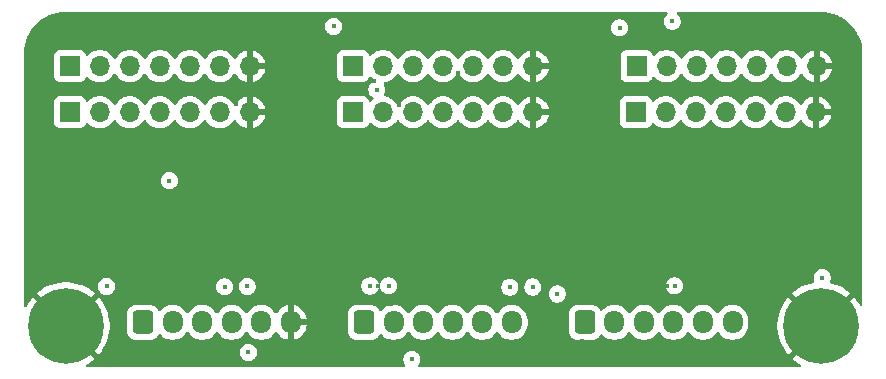
<source format=gbr>
%TF.GenerationSoftware,KiCad,Pcbnew,9.0.0*%
%TF.CreationDate,2025-03-20T15:52:25+01:00*%
%TF.ProjectId,PCB_secondaire,5043425f-7365-4636-9f6e-64616972652e,rev?*%
%TF.SameCoordinates,Original*%
%TF.FileFunction,Copper,L2,Inr*%
%TF.FilePolarity,Positive*%
%FSLAX46Y46*%
G04 Gerber Fmt 4.6, Leading zero omitted, Abs format (unit mm)*
G04 Created by KiCad (PCBNEW 9.0.0) date 2025-03-20 15:52:25*
%MOMM*%
%LPD*%
G01*
G04 APERTURE LIST*
G04 Aperture macros list*
%AMRoundRect*
0 Rectangle with rounded corners*
0 $1 Rounding radius*
0 $2 $3 $4 $5 $6 $7 $8 $9 X,Y pos of 4 corners*
0 Add a 4 corners polygon primitive as box body*
4,1,4,$2,$3,$4,$5,$6,$7,$8,$9,$2,$3,0*
0 Add four circle primitives for the rounded corners*
1,1,$1+$1,$2,$3*
1,1,$1+$1,$4,$5*
1,1,$1+$1,$6,$7*
1,1,$1+$1,$8,$9*
0 Add four rect primitives between the rounded corners*
20,1,$1+$1,$2,$3,$4,$5,0*
20,1,$1+$1,$4,$5,$6,$7,0*
20,1,$1+$1,$6,$7,$8,$9,0*
20,1,$1+$1,$8,$9,$2,$3,0*%
G04 Aperture macros list end*
%TA.AperFunction,ComponentPad*%
%ADD10R,1.700000X1.700000*%
%TD*%
%TA.AperFunction,ComponentPad*%
%ADD11O,1.700000X1.700000*%
%TD*%
%TA.AperFunction,ComponentPad*%
%ADD12C,0.800000*%
%TD*%
%TA.AperFunction,ComponentPad*%
%ADD13C,6.400000*%
%TD*%
%TA.AperFunction,ComponentPad*%
%ADD14RoundRect,0.250000X-0.600000X-0.725000X0.600000X-0.725000X0.600000X0.725000X-0.600000X0.725000X0*%
%TD*%
%TA.AperFunction,ComponentPad*%
%ADD15O,1.700000X1.950000*%
%TD*%
%TA.AperFunction,ViaPad*%
%ADD16C,0.450000*%
%TD*%
G04 APERTURE END LIST*
D10*
%TO.N,/SPI_CS_6*%
%TO.C,J9*%
X146920000Y-133000000D03*
D11*
%TO.N,/SPI_D{slash}C*%
X149460000Y-133000000D03*
%TO.N,/SPI_RES*%
X152000000Y-133000000D03*
%TO.N,/SPI_MOSI*%
X154540000Y-133000000D03*
%TO.N,/SPI_SCK*%
X157080000Y-133000000D03*
%TO.N,+3.3V*%
X159620000Y-133000000D03*
%TO.N,GND*%
X162160000Y-133000000D03*
%TD*%
D12*
%TO.N,GND*%
%TO.C,H101*%
X96260000Y-151100000D03*
X96962944Y-149402944D03*
X96962944Y-152797056D03*
X98660000Y-148700000D03*
D13*
X98660000Y-151100000D03*
D12*
X98660000Y-153500000D03*
X100357056Y-149402944D03*
X100357056Y-152797056D03*
X101060000Y-151100000D03*
%TD*%
%TO.N,GND*%
%TO.C,H102*%
X160210000Y-151100000D03*
X160912944Y-149402944D03*
X160912944Y-152797056D03*
X162610000Y-148700000D03*
D13*
X162610000Y-151100000D03*
D12*
X162610000Y-153500000D03*
X164307056Y-149402944D03*
X164307056Y-152797056D03*
X165010000Y-151100000D03*
%TD*%
D10*
%TO.N,/SPI_CS_4*%
%TO.C,J4*%
X122980000Y-129100000D03*
D11*
%TO.N,/SPI_D{slash}C*%
X125520000Y-129100000D03*
%TO.N,/SPI_RES*%
X128060000Y-129100000D03*
%TO.N,/SPI_MOSI*%
X130600000Y-129100000D03*
%TO.N,/SPI_SCK*%
X133140000Y-129100000D03*
%TO.N,+3.3V*%
X135680000Y-129100000D03*
%TO.N,GND*%
X138220000Y-129100000D03*
%TD*%
D14*
%TO.N,/SPI_D{slash}C*%
%TO.C,J7*%
X105210000Y-150800000D03*
D15*
%TO.N,/SPI_RES*%
X107710000Y-150800000D03*
%TO.N,/SPI_MOSI*%
X110210000Y-150800000D03*
%TO.N,/SPI_SCK*%
X112710000Y-150800000D03*
%TO.N,+3.3V*%
X115210000Y-150800000D03*
%TO.N,GND*%
X117710000Y-150800000D03*
%TD*%
D10*
%TO.N,/SPI_CS_2*%
%TO.C,J3*%
X99000000Y-129100000D03*
D11*
%TO.N,/SPI_D{slash}C*%
X101540000Y-129100000D03*
%TO.N,/SPI_RES*%
X104080000Y-129100000D03*
%TO.N,/SPI_MOSI*%
X106620000Y-129100000D03*
%TO.N,/SPI_SCK*%
X109160000Y-129100000D03*
%TO.N,+3.3V*%
X111700000Y-129100000D03*
%TO.N,GND*%
X114240000Y-129100000D03*
%TD*%
D10*
%TO.N,/SPI_CS_3*%
%TO.C,J6*%
X122980000Y-133000000D03*
D11*
%TO.N,/SPI_D{slash}C*%
X125520000Y-133000000D03*
%TO.N,/SPI_RES*%
X128060000Y-133000000D03*
%TO.N,/SPI_MOSI*%
X130600000Y-133000000D03*
%TO.N,/SPI_SCK*%
X133140000Y-133000000D03*
%TO.N,+3.3V*%
X135680000Y-133000000D03*
%TO.N,GND*%
X138220000Y-133000000D03*
%TD*%
D10*
%TO.N,/SPI_CS_1*%
%TO.C,J1*%
X99000000Y-133000000D03*
D11*
%TO.N,/SPI_D{slash}C*%
X101540000Y-133000000D03*
%TO.N,/SPI_RES*%
X104080000Y-133000000D03*
%TO.N,/SPI_MOSI*%
X106620000Y-133000000D03*
%TO.N,/SPI_SCK*%
X109160000Y-133000000D03*
%TO.N,+3.3V*%
X111700000Y-133000000D03*
%TO.N,GND*%
X114240000Y-133000000D03*
%TD*%
D14*
%TO.N,/SPI_CS_1*%
%TO.C,J8*%
X123910000Y-150800000D03*
D15*
%TO.N,/SPI_CS_2*%
X126410000Y-150800000D03*
%TO.N,/SPI_CS_3*%
X128910000Y-150800000D03*
%TO.N,/SPI_CS_4*%
X131410000Y-150800000D03*
%TO.N,/SPI_CS_5*%
X133910000Y-150800000D03*
%TO.N,/SPI_CS_6*%
X136410000Y-150800000D03*
%TD*%
D14*
%TO.N,BTN_1*%
%TO.C,J2*%
X142610000Y-150800000D03*
D15*
%TO.N,BTN_2*%
X145110000Y-150800000D03*
%TO.N,BTN_3*%
X147610000Y-150800000D03*
%TO.N,BTN_4*%
X150110000Y-150800000D03*
%TO.N,BTN_5*%
X152610000Y-150800000D03*
%TO.N,BTN_6*%
X155110000Y-150800000D03*
%TD*%
D10*
%TO.N,/SPI_CS_5*%
%TO.C,J5*%
X146985000Y-129100000D03*
D11*
%TO.N,/SPI_D{slash}C*%
X149525000Y-129100000D03*
%TO.N,/SPI_RES*%
X152065000Y-129100000D03*
%TO.N,/SPI_MOSI*%
X154605000Y-129100000D03*
%TO.N,/SPI_SCK*%
X157145000Y-129100000D03*
%TO.N,+3.3V*%
X159685000Y-129100000D03*
%TO.N,GND*%
X162225000Y-129100000D03*
%TD*%
D16*
%TO.N,GND*%
X120750000Y-151260000D03*
X149521232Y-147678768D03*
X102880000Y-131850000D03*
X163840000Y-136150000D03*
X156270000Y-148270000D03*
X116540000Y-139450000D03*
X117990000Y-144640000D03*
X101090000Y-146050000D03*
X162150000Y-135640000D03*
X119170000Y-145200000D03*
X155580000Y-137070000D03*
X133130000Y-148190000D03*
X139280000Y-138880000D03*
X96940000Y-135460000D03*
X121840000Y-140800000D03*
X135040000Y-144450000D03*
X105490000Y-126450000D03*
X126870000Y-132370000D03*
X161070000Y-146040000D03*
X115570000Y-136760000D03*
X116920000Y-127710000D03*
X161510000Y-144010000D03*
X96160000Y-129100000D03*
X105160000Y-135310000D03*
X121070000Y-135540000D03*
X139360000Y-140800000D03*
X125100000Y-147700000D03*
X146040000Y-138670000D03*
X109420000Y-148700000D03*
X118560000Y-133430000D03*
X165160000Y-126470000D03*
X142380000Y-152410000D03*
X105380000Y-130370000D03*
X129430000Y-147890000D03*
X109870000Y-135760000D03*
X148270000Y-154190000D03*
X97090000Y-126130000D03*
X125530000Y-153960000D03*
X126180000Y-149210000D03*
X148610000Y-143050000D03*
X97280000Y-138830000D03*
X113060000Y-132300000D03*
X131833768Y-129663768D03*
X115780000Y-154090000D03*
X164850000Y-127710000D03*
X110940000Y-143100000D03*
X113020000Y-147740000D03*
X129680000Y-126160000D03*
X102910000Y-130120000D03*
X154240000Y-143100000D03*
X138310000Y-143100000D03*
X155350000Y-154000000D03*
X110490000Y-130570000D03*
X137200000Y-147800000D03*
X165120000Y-132160000D03*
X148523218Y-136611724D03*
X161160000Y-125610000D03*
X104300000Y-148020000D03*
X109540000Y-127500000D03*
X103370000Y-140800000D03*
X131110000Y-149120000D03*
X143480000Y-130270000D03*
X142510000Y-135480000D03*
X150710000Y-138840000D03*
X99720000Y-141610000D03*
X103350000Y-151280000D03*
X119520000Y-138170000D03*
X142950000Y-126490000D03*
X151370000Y-140800000D03*
X142490000Y-147430000D03*
X135620000Y-136820000D03*
X153430000Y-130910000D03*
X109820000Y-140800000D03*
X126790000Y-126330000D03*
X125810000Y-138270000D03*
X146740000Y-149140000D03*
X119040000Y-129150000D03*
X129590000Y-130510000D03*
X115350000Y-140800000D03*
X157850000Y-140800000D03*
X117010000Y-126460000D03*
X129470000Y-132060000D03*
X144640000Y-152770000D03*
X144830000Y-142910000D03*
X105230000Y-138050000D03*
X124785000Y-130391168D03*
X163370000Y-140800000D03*
X125540000Y-142340000D03*
X159870000Y-138460000D03*
X107970000Y-131840000D03*
X150850000Y-130400000D03*
X108020000Y-130130000D03*
X133840000Y-140800000D03*
X140920000Y-127560000D03*
X105500000Y-131920000D03*
X138250000Y-135690000D03*
X155790000Y-126060000D03*
X145860000Y-140800000D03*
X126870000Y-130290000D03*
X150795000Y-126330000D03*
X113040000Y-128040000D03*
X148940000Y-141150000D03*
X127360000Y-140800000D03*
X132220000Y-136400000D03*
X135950000Y-125130000D03*
X100040000Y-137210000D03*
X97840000Y-140800000D03*
X114200000Y-135620000D03*
X156240000Y-130360000D03*
%TO.N,BTN_2*%
X114110000Y-153330000D03*
X112110000Y-147780000D03*
%TO.N,BTN_3*%
X127960000Y-153930000D03*
X124420000Y-147710000D03*
%TO.N,BTN_4*%
X136260000Y-147810000D03*
X140267232Y-148387232D03*
%TO.N,+3.3V*%
X138200000Y-147800000D03*
X114020000Y-147750000D03*
X126000000Y-147700000D03*
X150200000Y-147700000D03*
X102110000Y-147750000D03*
X162700000Y-147000000D03*
%TO.N,/SPI_CS_1*%
X107425000Y-138800000D03*
%TO.N,/SPI_SCK*%
X150000000Y-125300000D03*
X124995000Y-131090000D03*
%TO.N,/SPI_RES*%
X145541268Y-125858732D03*
X121338768Y-125725000D03*
%TD*%
%TA.AperFunction,Conductor*%
%TO.N,GND*%
G36*
X149548937Y-124520185D02*
G01*
X149594692Y-124572989D01*
X149604636Y-124642147D01*
X149575611Y-124705703D01*
X149550790Y-124727602D01*
X149537517Y-124736470D01*
X149436470Y-124837517D01*
X149436467Y-124837521D01*
X149357074Y-124956340D01*
X149357069Y-124956349D01*
X149302381Y-125088379D01*
X149302379Y-125088385D01*
X149274500Y-125228542D01*
X149274500Y-125228545D01*
X149274500Y-125371455D01*
X149274500Y-125371457D01*
X149274499Y-125371457D01*
X149302379Y-125511614D01*
X149302381Y-125511620D01*
X149357069Y-125643650D01*
X149357074Y-125643659D01*
X149436467Y-125762478D01*
X149436470Y-125762482D01*
X149537517Y-125863529D01*
X149537521Y-125863532D01*
X149656340Y-125942925D01*
X149656346Y-125942928D01*
X149656347Y-125942929D01*
X149788380Y-125997619D01*
X149788384Y-125997619D01*
X149788385Y-125997620D01*
X149928542Y-126025500D01*
X149928545Y-126025500D01*
X150071457Y-126025500D01*
X150165751Y-126006742D01*
X150211620Y-125997619D01*
X150343653Y-125942929D01*
X150462479Y-125863532D01*
X150563532Y-125762479D01*
X150642929Y-125643653D01*
X150697619Y-125511620D01*
X150706742Y-125465751D01*
X150725500Y-125371457D01*
X150725500Y-125228542D01*
X150697620Y-125088385D01*
X150697619Y-125088384D01*
X150697619Y-125088380D01*
X150642929Y-124956347D01*
X150642928Y-124956346D01*
X150642925Y-124956340D01*
X150563532Y-124837521D01*
X150563529Y-124837517D01*
X150462482Y-124736470D01*
X150449210Y-124727602D01*
X150404406Y-124673989D01*
X150395699Y-124604664D01*
X150425854Y-124541637D01*
X150485298Y-124504918D01*
X150518102Y-124500500D01*
X162534108Y-124500500D01*
X162596949Y-124500500D01*
X162603032Y-124500648D01*
X162936929Y-124517052D01*
X162949037Y-124518245D01*
X162962116Y-124520185D01*
X163276699Y-124566849D01*
X163288617Y-124569219D01*
X163609951Y-124649709D01*
X163621588Y-124653240D01*
X163679578Y-124673989D01*
X163933467Y-124764832D01*
X163944688Y-124769479D01*
X164244163Y-124911120D01*
X164254871Y-124916844D01*
X164538988Y-125087137D01*
X164549103Y-125093895D01*
X164815170Y-125291224D01*
X164824576Y-125298944D01*
X165070013Y-125521395D01*
X165078604Y-125529986D01*
X165265755Y-125736475D01*
X165301055Y-125775423D01*
X165308775Y-125784829D01*
X165506102Y-126050893D01*
X165512862Y-126061011D01*
X165517446Y-126068659D01*
X165668821Y-126321214D01*
X165683148Y-126345116D01*
X165688883Y-126355844D01*
X165796902Y-126584232D01*
X165830514Y-126655297D01*
X165835170Y-126666540D01*
X165946759Y-126978411D01*
X165950292Y-126990055D01*
X166030777Y-127311369D01*
X166033151Y-127323305D01*
X166081754Y-127650962D01*
X166082947Y-127663071D01*
X166099351Y-127996969D01*
X166099499Y-128002643D01*
X166099500Y-128002945D01*
X166099500Y-128065892D01*
X166099711Y-128066680D01*
X166099740Y-128075434D01*
X166099739Y-128075436D01*
X166099740Y-128075445D01*
X166102833Y-129034174D01*
X166109265Y-131028112D01*
X166109499Y-131100455D01*
X166109500Y-131100855D01*
X166109500Y-149303053D01*
X166089815Y-149370092D01*
X166037011Y-149415847D01*
X165967853Y-149425791D01*
X165904297Y-149396766D01*
X165876142Y-149361507D01*
X165787424Y-149195529D01*
X165787418Y-149195519D01*
X165585448Y-148893249D01*
X165398320Y-148665233D01*
X165398319Y-148665232D01*
X163904251Y-150159301D01*
X163830412Y-150057670D01*
X163652330Y-149879588D01*
X163550698Y-149805748D01*
X165044766Y-148311679D01*
X165044765Y-148311678D01*
X164816750Y-148124551D01*
X164514480Y-147922581D01*
X164514462Y-147922570D01*
X164193869Y-147751209D01*
X164193864Y-147751207D01*
X163857997Y-147612086D01*
X163510106Y-147506555D01*
X163441505Y-147492909D01*
X163379594Y-147460524D01*
X163345020Y-147399808D01*
X163348761Y-147330038D01*
X163351136Y-147323839D01*
X163364838Y-147290760D01*
X163397619Y-147211620D01*
X163418415Y-147107074D01*
X163425500Y-147071457D01*
X163425500Y-146928542D01*
X163397620Y-146788385D01*
X163397619Y-146788384D01*
X163397619Y-146788380D01*
X163342929Y-146656347D01*
X163342928Y-146656346D01*
X163342925Y-146656340D01*
X163263532Y-146537521D01*
X163263529Y-146537517D01*
X163162482Y-146436470D01*
X163162478Y-146436467D01*
X163043659Y-146357074D01*
X163043650Y-146357069D01*
X162911620Y-146302381D01*
X162911614Y-146302379D01*
X162771457Y-146274500D01*
X162771455Y-146274500D01*
X162628545Y-146274500D01*
X162628543Y-146274500D01*
X162488385Y-146302379D01*
X162488379Y-146302381D01*
X162356349Y-146357069D01*
X162356340Y-146357074D01*
X162237521Y-146436467D01*
X162237517Y-146436470D01*
X162136470Y-146537517D01*
X162136467Y-146537521D01*
X162057074Y-146656340D01*
X162057069Y-146656349D01*
X162002381Y-146788379D01*
X162002379Y-146788385D01*
X161974500Y-146928542D01*
X161974500Y-146928545D01*
X161974500Y-147071455D01*
X161974500Y-147071457D01*
X161974499Y-147071457D01*
X162002379Y-147211614D01*
X162002381Y-147211620D01*
X162035162Y-147290760D01*
X162042631Y-147360230D01*
X162011356Y-147422709D01*
X161951267Y-147458361D01*
X161944792Y-147459830D01*
X161709910Y-147506550D01*
X161709898Y-147506553D01*
X161362002Y-147612086D01*
X161026135Y-147751207D01*
X161026130Y-147751209D01*
X160705537Y-147922570D01*
X160705519Y-147922581D01*
X160403258Y-148124545D01*
X160403254Y-148124548D01*
X160175233Y-148311679D01*
X160175233Y-148311680D01*
X161669301Y-149805748D01*
X161567670Y-149879588D01*
X161389588Y-150057670D01*
X161315748Y-150159301D01*
X159821680Y-148665233D01*
X159821679Y-148665233D01*
X159634548Y-148893254D01*
X159634545Y-148893258D01*
X159432581Y-149195519D01*
X159432570Y-149195537D01*
X159261209Y-149516130D01*
X159261207Y-149516135D01*
X159122086Y-149852002D01*
X159016553Y-150199898D01*
X159016550Y-150199909D01*
X158945632Y-150556443D01*
X158910000Y-150918234D01*
X158910000Y-151281765D01*
X158945632Y-151643556D01*
X159016550Y-152000090D01*
X159016553Y-152000101D01*
X159122086Y-152347997D01*
X159261207Y-152683864D01*
X159261209Y-152683869D01*
X159432570Y-153004462D01*
X159432581Y-153004480D01*
X159634551Y-153306750D01*
X159821678Y-153534765D01*
X159821679Y-153534766D01*
X161315747Y-152040697D01*
X161389588Y-152142330D01*
X161567670Y-152320412D01*
X161669301Y-152394251D01*
X160175232Y-153888319D01*
X160175233Y-153888320D01*
X160403249Y-154075448D01*
X160705519Y-154277418D01*
X160705537Y-154277429D01*
X160871507Y-154366142D01*
X160921352Y-154415104D01*
X160936812Y-154483242D01*
X160912980Y-154548922D01*
X160857423Y-154591290D01*
X160813054Y-154599500D01*
X128615811Y-154599500D01*
X128548772Y-154579815D01*
X128503017Y-154527011D01*
X128493073Y-154457853D01*
X128519955Y-154396838D01*
X128523528Y-154392482D01*
X128523532Y-154392479D01*
X128602929Y-154273653D01*
X128657619Y-154141620D01*
X128674750Y-154055500D01*
X128685500Y-154001457D01*
X128685500Y-153858542D01*
X128657620Y-153718385D01*
X128657619Y-153718384D01*
X128657619Y-153718380D01*
X128602929Y-153586347D01*
X128602928Y-153586346D01*
X128602925Y-153586340D01*
X128523532Y-153467521D01*
X128523529Y-153467517D01*
X128422482Y-153366470D01*
X128422478Y-153366467D01*
X128303659Y-153287074D01*
X128303650Y-153287069D01*
X128171620Y-153232381D01*
X128171614Y-153232379D01*
X128031457Y-153204500D01*
X128031455Y-153204500D01*
X127888545Y-153204500D01*
X127888543Y-153204500D01*
X127748385Y-153232379D01*
X127748379Y-153232381D01*
X127616349Y-153287069D01*
X127616340Y-153287074D01*
X127497521Y-153366467D01*
X127497517Y-153366470D01*
X127396470Y-153467517D01*
X127396467Y-153467521D01*
X127317074Y-153586340D01*
X127317069Y-153586349D01*
X127262381Y-153718379D01*
X127262379Y-153718385D01*
X127234500Y-153858542D01*
X127234500Y-153858545D01*
X127234500Y-154001455D01*
X127234500Y-154001457D01*
X127234499Y-154001457D01*
X127262379Y-154141614D01*
X127262381Y-154141620D01*
X127317069Y-154273650D01*
X127317074Y-154273659D01*
X127396466Y-154392477D01*
X127400045Y-154396838D01*
X127427356Y-154461149D01*
X127415562Y-154530016D01*
X127368409Y-154581575D01*
X127304189Y-154599500D01*
X100456946Y-154599500D01*
X100389907Y-154579815D01*
X100344152Y-154527011D01*
X100334208Y-154457853D01*
X100363233Y-154394297D01*
X100398493Y-154366142D01*
X100564462Y-154277429D01*
X100564480Y-154277418D01*
X100866736Y-154075457D01*
X100866750Y-154075447D01*
X101094765Y-153888320D01*
X101094766Y-153888319D01*
X99600698Y-152394251D01*
X99702330Y-152320412D01*
X99880412Y-152142330D01*
X99954251Y-152040698D01*
X101448319Y-153534766D01*
X101448320Y-153534765D01*
X101557723Y-153401457D01*
X113384499Y-153401457D01*
X113412379Y-153541614D01*
X113412381Y-153541620D01*
X113467069Y-153673650D01*
X113467074Y-153673659D01*
X113546467Y-153792478D01*
X113546470Y-153792482D01*
X113647517Y-153893529D01*
X113647521Y-153893532D01*
X113766340Y-153972925D01*
X113766346Y-153972928D01*
X113766347Y-153972929D01*
X113898380Y-154027619D01*
X113898384Y-154027619D01*
X113898385Y-154027620D01*
X114038542Y-154055500D01*
X114038545Y-154055500D01*
X114181457Y-154055500D01*
X114275751Y-154036742D01*
X114321620Y-154027619D01*
X114453653Y-153972929D01*
X114572479Y-153893532D01*
X114673532Y-153792479D01*
X114752929Y-153673653D01*
X114807619Y-153541620D01*
X114816742Y-153495751D01*
X114835500Y-153401457D01*
X114835500Y-153258542D01*
X114807620Y-153118385D01*
X114807619Y-153118384D01*
X114807619Y-153118380D01*
X114760440Y-153004480D01*
X114752930Y-152986349D01*
X114752925Y-152986340D01*
X114673532Y-152867521D01*
X114673529Y-152867517D01*
X114572482Y-152766470D01*
X114572478Y-152766467D01*
X114453659Y-152687074D01*
X114453650Y-152687069D01*
X114321620Y-152632381D01*
X114321614Y-152632379D01*
X114181457Y-152604500D01*
X114181455Y-152604500D01*
X114038545Y-152604500D01*
X114038543Y-152604500D01*
X113898385Y-152632379D01*
X113898379Y-152632381D01*
X113766349Y-152687069D01*
X113766340Y-152687074D01*
X113647521Y-152766467D01*
X113647517Y-152766470D01*
X113546470Y-152867517D01*
X113546467Y-152867521D01*
X113467074Y-152986340D01*
X113467069Y-152986349D01*
X113412381Y-153118379D01*
X113412379Y-153118385D01*
X113384500Y-153258542D01*
X113384500Y-153258545D01*
X113384500Y-153401455D01*
X113384500Y-153401457D01*
X113384499Y-153401457D01*
X101557723Y-153401457D01*
X101635447Y-153306750D01*
X101635464Y-153306727D01*
X101717760Y-153183563D01*
X101717760Y-153183562D01*
X101837418Y-153004480D01*
X101837429Y-153004462D01*
X102008790Y-152683869D01*
X102008792Y-152683864D01*
X102147913Y-152347997D01*
X102253446Y-152000101D01*
X102253449Y-152000090D01*
X102324367Y-151643556D01*
X102360000Y-151281765D01*
X102360000Y-150918234D01*
X102324367Y-150556443D01*
X102253449Y-150199909D01*
X102253446Y-150199898D01*
X102210350Y-150057829D01*
X102200386Y-150024983D01*
X103859500Y-150024983D01*
X103859500Y-151575001D01*
X103859501Y-151575018D01*
X103870000Y-151677796D01*
X103870001Y-151677799D01*
X103915894Y-151816294D01*
X103925186Y-151844334D01*
X104017288Y-151993656D01*
X104141344Y-152117712D01*
X104290666Y-152209814D01*
X104457203Y-152264999D01*
X104559991Y-152275500D01*
X105860008Y-152275499D01*
X105962797Y-152264999D01*
X106129334Y-152209814D01*
X106278656Y-152117712D01*
X106402712Y-151993656D01*
X106494814Y-151844334D01*
X106494814Y-151844331D01*
X106498178Y-151838879D01*
X106550126Y-151792154D01*
X106619088Y-151780931D01*
X106683170Y-151808774D01*
X106691398Y-151816294D01*
X106830213Y-151955109D01*
X107002179Y-152080048D01*
X107002181Y-152080049D01*
X107002184Y-152080051D01*
X107191588Y-152176557D01*
X107393757Y-152242246D01*
X107603713Y-152275500D01*
X107603714Y-152275500D01*
X107816286Y-152275500D01*
X107816287Y-152275500D01*
X108026243Y-152242246D01*
X108228412Y-152176557D01*
X108417816Y-152080051D01*
X108527874Y-152000090D01*
X108589786Y-151955109D01*
X108589788Y-151955106D01*
X108589792Y-151955104D01*
X108740104Y-151804792D01*
X108859683Y-151640204D01*
X108915011Y-151597540D01*
X108984624Y-151591561D01*
X109046420Y-151624166D01*
X109060313Y-151640199D01*
X109162560Y-151780931D01*
X109179896Y-151804792D01*
X109330213Y-151955109D01*
X109502179Y-152080048D01*
X109502181Y-152080049D01*
X109502184Y-152080051D01*
X109691588Y-152176557D01*
X109893757Y-152242246D01*
X110103713Y-152275500D01*
X110103714Y-152275500D01*
X110316286Y-152275500D01*
X110316287Y-152275500D01*
X110526243Y-152242246D01*
X110728412Y-152176557D01*
X110917816Y-152080051D01*
X111027874Y-152000090D01*
X111089786Y-151955109D01*
X111089788Y-151955106D01*
X111089792Y-151955104D01*
X111240104Y-151804792D01*
X111359683Y-151640204D01*
X111415011Y-151597540D01*
X111484624Y-151591561D01*
X111546420Y-151624166D01*
X111560313Y-151640199D01*
X111662560Y-151780931D01*
X111679896Y-151804792D01*
X111830213Y-151955109D01*
X112002179Y-152080048D01*
X112002181Y-152080049D01*
X112002184Y-152080051D01*
X112191588Y-152176557D01*
X112393757Y-152242246D01*
X112603713Y-152275500D01*
X112603714Y-152275500D01*
X112816286Y-152275500D01*
X112816287Y-152275500D01*
X113026243Y-152242246D01*
X113228412Y-152176557D01*
X113417816Y-152080051D01*
X113527874Y-152000090D01*
X113589786Y-151955109D01*
X113589788Y-151955106D01*
X113589792Y-151955104D01*
X113740104Y-151804792D01*
X113859683Y-151640204D01*
X113915011Y-151597540D01*
X113984624Y-151591561D01*
X114046420Y-151624166D01*
X114060313Y-151640199D01*
X114162560Y-151780931D01*
X114179896Y-151804792D01*
X114330213Y-151955109D01*
X114502179Y-152080048D01*
X114502181Y-152080049D01*
X114502184Y-152080051D01*
X114691588Y-152176557D01*
X114893757Y-152242246D01*
X115103713Y-152275500D01*
X115103714Y-152275500D01*
X115316286Y-152275500D01*
X115316287Y-152275500D01*
X115526243Y-152242246D01*
X115728412Y-152176557D01*
X115917816Y-152080051D01*
X116027874Y-152000090D01*
X116089786Y-151955109D01*
X116089788Y-151955106D01*
X116089792Y-151955104D01*
X116240104Y-151804792D01*
X116359991Y-151639779D01*
X116415320Y-151597115D01*
X116484933Y-151591136D01*
X116546729Y-151623741D01*
X116560627Y-151639781D01*
X116680272Y-151804459D01*
X116680276Y-151804464D01*
X116830535Y-151954723D01*
X116830540Y-151954727D01*
X117002442Y-152079620D01*
X117191782Y-152176095D01*
X117393871Y-152241757D01*
X117460000Y-152252231D01*
X117460000Y-151204145D01*
X117526657Y-151242630D01*
X117647465Y-151275000D01*
X117772535Y-151275000D01*
X117893343Y-151242630D01*
X117960000Y-151204145D01*
X117960000Y-152252230D01*
X118026126Y-152241757D01*
X118026129Y-152241757D01*
X118228217Y-152176095D01*
X118417557Y-152079620D01*
X118589459Y-151954727D01*
X118589464Y-151954723D01*
X118739723Y-151804464D01*
X118739727Y-151804459D01*
X118864620Y-151632557D01*
X118961095Y-151443217D01*
X119026757Y-151241130D01*
X119026757Y-151241127D01*
X119057030Y-151050000D01*
X118114146Y-151050000D01*
X118152630Y-150983343D01*
X118185000Y-150862535D01*
X118185000Y-150737465D01*
X118152630Y-150616657D01*
X118114146Y-150550000D01*
X119057030Y-150550000D01*
X119026757Y-150358872D01*
X119026757Y-150358869D01*
X118961095Y-150156782D01*
X118921019Y-150078129D01*
X118893939Y-150024983D01*
X122559500Y-150024983D01*
X122559500Y-151575001D01*
X122559501Y-151575018D01*
X122570000Y-151677796D01*
X122570001Y-151677799D01*
X122615894Y-151816294D01*
X122625186Y-151844334D01*
X122717288Y-151993656D01*
X122841344Y-152117712D01*
X122990666Y-152209814D01*
X123157203Y-152264999D01*
X123259991Y-152275500D01*
X124560008Y-152275499D01*
X124662797Y-152264999D01*
X124829334Y-152209814D01*
X124978656Y-152117712D01*
X125102712Y-151993656D01*
X125194814Y-151844334D01*
X125194814Y-151844331D01*
X125198178Y-151838879D01*
X125250126Y-151792154D01*
X125319088Y-151780931D01*
X125383170Y-151808774D01*
X125391398Y-151816294D01*
X125530213Y-151955109D01*
X125702179Y-152080048D01*
X125702181Y-152080049D01*
X125702184Y-152080051D01*
X125891588Y-152176557D01*
X126093757Y-152242246D01*
X126303713Y-152275500D01*
X126303714Y-152275500D01*
X126516286Y-152275500D01*
X126516287Y-152275500D01*
X126726243Y-152242246D01*
X126928412Y-152176557D01*
X127117816Y-152080051D01*
X127227874Y-152000090D01*
X127289786Y-151955109D01*
X127289788Y-151955106D01*
X127289792Y-151955104D01*
X127440104Y-151804792D01*
X127559683Y-151640204D01*
X127615011Y-151597540D01*
X127684624Y-151591561D01*
X127746420Y-151624166D01*
X127760313Y-151640199D01*
X127862560Y-151780931D01*
X127879896Y-151804792D01*
X128030213Y-151955109D01*
X128202179Y-152080048D01*
X128202181Y-152080049D01*
X128202184Y-152080051D01*
X128391588Y-152176557D01*
X128593757Y-152242246D01*
X128803713Y-152275500D01*
X128803714Y-152275500D01*
X129016286Y-152275500D01*
X129016287Y-152275500D01*
X129226243Y-152242246D01*
X129428412Y-152176557D01*
X129617816Y-152080051D01*
X129727874Y-152000090D01*
X129789786Y-151955109D01*
X129789788Y-151955106D01*
X129789792Y-151955104D01*
X129940104Y-151804792D01*
X130059683Y-151640204D01*
X130115011Y-151597540D01*
X130184624Y-151591561D01*
X130246420Y-151624166D01*
X130260313Y-151640199D01*
X130362560Y-151780931D01*
X130379896Y-151804792D01*
X130530213Y-151955109D01*
X130702179Y-152080048D01*
X130702181Y-152080049D01*
X130702184Y-152080051D01*
X130891588Y-152176557D01*
X131093757Y-152242246D01*
X131303713Y-152275500D01*
X131303714Y-152275500D01*
X131516286Y-152275500D01*
X131516287Y-152275500D01*
X131726243Y-152242246D01*
X131928412Y-152176557D01*
X132117816Y-152080051D01*
X132227874Y-152000090D01*
X132289786Y-151955109D01*
X132289788Y-151955106D01*
X132289792Y-151955104D01*
X132440104Y-151804792D01*
X132559683Y-151640204D01*
X132615011Y-151597540D01*
X132684624Y-151591561D01*
X132746420Y-151624166D01*
X132760313Y-151640199D01*
X132862560Y-151780931D01*
X132879896Y-151804792D01*
X133030213Y-151955109D01*
X133202179Y-152080048D01*
X133202181Y-152080049D01*
X133202184Y-152080051D01*
X133391588Y-152176557D01*
X133593757Y-152242246D01*
X133803713Y-152275500D01*
X133803714Y-152275500D01*
X134016286Y-152275500D01*
X134016287Y-152275500D01*
X134226243Y-152242246D01*
X134428412Y-152176557D01*
X134617816Y-152080051D01*
X134727874Y-152000090D01*
X134789786Y-151955109D01*
X134789788Y-151955106D01*
X134789792Y-151955104D01*
X134940104Y-151804792D01*
X135059683Y-151640204D01*
X135115011Y-151597540D01*
X135184624Y-151591561D01*
X135246420Y-151624166D01*
X135260313Y-151640199D01*
X135362560Y-151780931D01*
X135379896Y-151804792D01*
X135530213Y-151955109D01*
X135702179Y-152080048D01*
X135702181Y-152080049D01*
X135702184Y-152080051D01*
X135891588Y-152176557D01*
X136093757Y-152242246D01*
X136303713Y-152275500D01*
X136303714Y-152275500D01*
X136516286Y-152275500D01*
X136516287Y-152275500D01*
X136726243Y-152242246D01*
X136928412Y-152176557D01*
X137117816Y-152080051D01*
X137227874Y-152000090D01*
X137289786Y-151955109D01*
X137289788Y-151955106D01*
X137289792Y-151955104D01*
X137440104Y-151804792D01*
X137440106Y-151804788D01*
X137440109Y-151804786D01*
X137565048Y-151632820D01*
X137565047Y-151632820D01*
X137565051Y-151632816D01*
X137661557Y-151443412D01*
X137727246Y-151241243D01*
X137760500Y-151031287D01*
X137760500Y-150568713D01*
X137727246Y-150358757D01*
X137661557Y-150156588D01*
X137594501Y-150024983D01*
X141259500Y-150024983D01*
X141259500Y-151575001D01*
X141259501Y-151575018D01*
X141270000Y-151677796D01*
X141270001Y-151677799D01*
X141315894Y-151816294D01*
X141325186Y-151844334D01*
X141417288Y-151993656D01*
X141541344Y-152117712D01*
X141690666Y-152209814D01*
X141857203Y-152264999D01*
X141959991Y-152275500D01*
X143260008Y-152275499D01*
X143362797Y-152264999D01*
X143529334Y-152209814D01*
X143678656Y-152117712D01*
X143802712Y-151993656D01*
X143894814Y-151844334D01*
X143894814Y-151844331D01*
X143898178Y-151838879D01*
X143950126Y-151792154D01*
X144019088Y-151780931D01*
X144083170Y-151808774D01*
X144091398Y-151816294D01*
X144230213Y-151955109D01*
X144402179Y-152080048D01*
X144402181Y-152080049D01*
X144402184Y-152080051D01*
X144591588Y-152176557D01*
X144793757Y-152242246D01*
X145003713Y-152275500D01*
X145003714Y-152275500D01*
X145216286Y-152275500D01*
X145216287Y-152275500D01*
X145426243Y-152242246D01*
X145628412Y-152176557D01*
X145817816Y-152080051D01*
X145927874Y-152000090D01*
X145989786Y-151955109D01*
X145989788Y-151955106D01*
X145989792Y-151955104D01*
X146140104Y-151804792D01*
X146259683Y-151640204D01*
X146315011Y-151597540D01*
X146384624Y-151591561D01*
X146446420Y-151624166D01*
X146460313Y-151640199D01*
X146562560Y-151780931D01*
X146579896Y-151804792D01*
X146730213Y-151955109D01*
X146902179Y-152080048D01*
X146902181Y-152080049D01*
X146902184Y-152080051D01*
X147091588Y-152176557D01*
X147293757Y-152242246D01*
X147503713Y-152275500D01*
X147503714Y-152275500D01*
X147716286Y-152275500D01*
X147716287Y-152275500D01*
X147926243Y-152242246D01*
X148128412Y-152176557D01*
X148317816Y-152080051D01*
X148427874Y-152000090D01*
X148489786Y-151955109D01*
X148489788Y-151955106D01*
X148489792Y-151955104D01*
X148640104Y-151804792D01*
X148759683Y-151640204D01*
X148815011Y-151597540D01*
X148884624Y-151591561D01*
X148946420Y-151624166D01*
X148960313Y-151640199D01*
X149062560Y-151780931D01*
X149079896Y-151804792D01*
X149230213Y-151955109D01*
X149402179Y-152080048D01*
X149402181Y-152080049D01*
X149402184Y-152080051D01*
X149591588Y-152176557D01*
X149793757Y-152242246D01*
X150003713Y-152275500D01*
X150003714Y-152275500D01*
X150216286Y-152275500D01*
X150216287Y-152275500D01*
X150426243Y-152242246D01*
X150628412Y-152176557D01*
X150817816Y-152080051D01*
X150927874Y-152000090D01*
X150989786Y-151955109D01*
X150989788Y-151955106D01*
X150989792Y-151955104D01*
X151140104Y-151804792D01*
X151259683Y-151640204D01*
X151315011Y-151597540D01*
X151384624Y-151591561D01*
X151446420Y-151624166D01*
X151460313Y-151640199D01*
X151562560Y-151780931D01*
X151579896Y-151804792D01*
X151730213Y-151955109D01*
X151902179Y-152080048D01*
X151902181Y-152080049D01*
X151902184Y-152080051D01*
X152091588Y-152176557D01*
X152293757Y-152242246D01*
X152503713Y-152275500D01*
X152503714Y-152275500D01*
X152716286Y-152275500D01*
X152716287Y-152275500D01*
X152926243Y-152242246D01*
X153128412Y-152176557D01*
X153317816Y-152080051D01*
X153427874Y-152000090D01*
X153489786Y-151955109D01*
X153489788Y-151955106D01*
X153489792Y-151955104D01*
X153640104Y-151804792D01*
X153759683Y-151640204D01*
X153815011Y-151597540D01*
X153884624Y-151591561D01*
X153946420Y-151624166D01*
X153960313Y-151640199D01*
X154062560Y-151780931D01*
X154079896Y-151804792D01*
X154230213Y-151955109D01*
X154402179Y-152080048D01*
X154402181Y-152080049D01*
X154402184Y-152080051D01*
X154591588Y-152176557D01*
X154793757Y-152242246D01*
X155003713Y-152275500D01*
X155003714Y-152275500D01*
X155216286Y-152275500D01*
X155216287Y-152275500D01*
X155426243Y-152242246D01*
X155628412Y-152176557D01*
X155817816Y-152080051D01*
X155927874Y-152000090D01*
X155989786Y-151955109D01*
X155989788Y-151955106D01*
X155989792Y-151955104D01*
X156140104Y-151804792D01*
X156140106Y-151804788D01*
X156140109Y-151804786D01*
X156265048Y-151632820D01*
X156265047Y-151632820D01*
X156265051Y-151632816D01*
X156361557Y-151443412D01*
X156427246Y-151241243D01*
X156460500Y-151031287D01*
X156460500Y-150568713D01*
X156427246Y-150358757D01*
X156361557Y-150156588D01*
X156265051Y-149967184D01*
X156265049Y-149967181D01*
X156265048Y-149967179D01*
X156140109Y-149795213D01*
X155989786Y-149644890D01*
X155817820Y-149519951D01*
X155628414Y-149423444D01*
X155628413Y-149423443D01*
X155628412Y-149423443D01*
X155426243Y-149357754D01*
X155426241Y-149357753D01*
X155426240Y-149357753D01*
X155264957Y-149332208D01*
X155216287Y-149324500D01*
X155003713Y-149324500D01*
X154955042Y-149332208D01*
X154793760Y-149357753D01*
X154591585Y-149423444D01*
X154402179Y-149519951D01*
X154230213Y-149644890D01*
X154079894Y-149795209D01*
X154079890Y-149795214D01*
X153960318Y-149959793D01*
X153904989Y-150002459D01*
X153835375Y-150008438D01*
X153773580Y-149975833D01*
X153759682Y-149959793D01*
X153640109Y-149795214D01*
X153640105Y-149795209D01*
X153489786Y-149644890D01*
X153317820Y-149519951D01*
X153128414Y-149423444D01*
X153128413Y-149423443D01*
X153128412Y-149423443D01*
X152926243Y-149357754D01*
X152926241Y-149357753D01*
X152926240Y-149357753D01*
X152764957Y-149332208D01*
X152716287Y-149324500D01*
X152503713Y-149324500D01*
X152455042Y-149332208D01*
X152293760Y-149357753D01*
X152091585Y-149423444D01*
X151902179Y-149519951D01*
X151730213Y-149644890D01*
X151579894Y-149795209D01*
X151579890Y-149795214D01*
X151460318Y-149959793D01*
X151404989Y-150002459D01*
X151335375Y-150008438D01*
X151273580Y-149975833D01*
X151259682Y-149959793D01*
X151140109Y-149795214D01*
X151140105Y-149795209D01*
X150989786Y-149644890D01*
X150817820Y-149519951D01*
X150628414Y-149423444D01*
X150628413Y-149423443D01*
X150628412Y-149423443D01*
X150426243Y-149357754D01*
X150426241Y-149357753D01*
X150426240Y-149357753D01*
X150264957Y-149332208D01*
X150216287Y-149324500D01*
X150003713Y-149324500D01*
X149955042Y-149332208D01*
X149793760Y-149357753D01*
X149591585Y-149423444D01*
X149402179Y-149519951D01*
X149230213Y-149644890D01*
X149079894Y-149795209D01*
X149079890Y-149795214D01*
X148960318Y-149959793D01*
X148904989Y-150002459D01*
X148835375Y-150008438D01*
X148773580Y-149975833D01*
X148759682Y-149959793D01*
X148640109Y-149795214D01*
X148640105Y-149795209D01*
X148489786Y-149644890D01*
X148317820Y-149519951D01*
X148128414Y-149423444D01*
X148128413Y-149423443D01*
X148128412Y-149423443D01*
X147926243Y-149357754D01*
X147926241Y-149357753D01*
X147926240Y-149357753D01*
X147764957Y-149332208D01*
X147716287Y-149324500D01*
X147503713Y-149324500D01*
X147455042Y-149332208D01*
X147293760Y-149357753D01*
X147091585Y-149423444D01*
X146902179Y-149519951D01*
X146730213Y-149644890D01*
X146579894Y-149795209D01*
X146579890Y-149795214D01*
X146460318Y-149959793D01*
X146404989Y-150002459D01*
X146335375Y-150008438D01*
X146273580Y-149975833D01*
X146259682Y-149959793D01*
X146140109Y-149795214D01*
X146140105Y-149795209D01*
X145989786Y-149644890D01*
X145817820Y-149519951D01*
X145628414Y-149423444D01*
X145628413Y-149423443D01*
X145628412Y-149423443D01*
X145426243Y-149357754D01*
X145426241Y-149357753D01*
X145426240Y-149357753D01*
X145264957Y-149332208D01*
X145216287Y-149324500D01*
X145003713Y-149324500D01*
X144955042Y-149332208D01*
X144793760Y-149357753D01*
X144591585Y-149423444D01*
X144402179Y-149519951D01*
X144230215Y-149644889D01*
X144091398Y-149783706D01*
X144030075Y-149817190D01*
X143960383Y-149812206D01*
X143904450Y-149770334D01*
X143898178Y-149761120D01*
X143802712Y-149606344D01*
X143678657Y-149482289D01*
X143678656Y-149482288D01*
X143540002Y-149396766D01*
X143529336Y-149390187D01*
X143529331Y-149390185D01*
X143468694Y-149370092D01*
X143362797Y-149335001D01*
X143362795Y-149335000D01*
X143260010Y-149324500D01*
X141959998Y-149324500D01*
X141959981Y-149324501D01*
X141857203Y-149335000D01*
X141857200Y-149335001D01*
X141690668Y-149390185D01*
X141690663Y-149390187D01*
X141541342Y-149482289D01*
X141417289Y-149606342D01*
X141325187Y-149755663D01*
X141325185Y-149755668D01*
X141320325Y-149770334D01*
X141270001Y-149922203D01*
X141270001Y-149922204D01*
X141270000Y-149922204D01*
X141259500Y-150024983D01*
X137594501Y-150024983D01*
X137565051Y-149967184D01*
X137565049Y-149967181D01*
X137565048Y-149967179D01*
X137440109Y-149795213D01*
X137289786Y-149644890D01*
X137117820Y-149519951D01*
X136928414Y-149423444D01*
X136928413Y-149423443D01*
X136928412Y-149423443D01*
X136726243Y-149357754D01*
X136726241Y-149357753D01*
X136726240Y-149357753D01*
X136564957Y-149332208D01*
X136516287Y-149324500D01*
X136303713Y-149324500D01*
X136255042Y-149332208D01*
X136093760Y-149357753D01*
X135891585Y-149423444D01*
X135702179Y-149519951D01*
X135530213Y-149644890D01*
X135379894Y-149795209D01*
X135379890Y-149795214D01*
X135260318Y-149959793D01*
X135204989Y-150002459D01*
X135135375Y-150008438D01*
X135073580Y-149975833D01*
X135059682Y-149959793D01*
X134940109Y-149795214D01*
X134940105Y-149795209D01*
X134789786Y-149644890D01*
X134617820Y-149519951D01*
X134428414Y-149423444D01*
X134428413Y-149423443D01*
X134428412Y-149423443D01*
X134226243Y-149357754D01*
X134226241Y-149357753D01*
X134226240Y-149357753D01*
X134064957Y-149332208D01*
X134016287Y-149324500D01*
X133803713Y-149324500D01*
X133755042Y-149332208D01*
X133593760Y-149357753D01*
X133391585Y-149423444D01*
X133202179Y-149519951D01*
X133030213Y-149644890D01*
X132879894Y-149795209D01*
X132879890Y-149795214D01*
X132760318Y-149959793D01*
X132704989Y-150002459D01*
X132635375Y-150008438D01*
X132573580Y-149975833D01*
X132559682Y-149959793D01*
X132440109Y-149795214D01*
X132440105Y-149795209D01*
X132289786Y-149644890D01*
X132117820Y-149519951D01*
X131928414Y-149423444D01*
X131928413Y-149423443D01*
X131928412Y-149423443D01*
X131726243Y-149357754D01*
X131726241Y-149357753D01*
X131726240Y-149357753D01*
X131564957Y-149332208D01*
X131516287Y-149324500D01*
X131303713Y-149324500D01*
X131255042Y-149332208D01*
X131093760Y-149357753D01*
X130891585Y-149423444D01*
X130702179Y-149519951D01*
X130530213Y-149644890D01*
X130379894Y-149795209D01*
X130379890Y-149795214D01*
X130260318Y-149959793D01*
X130204989Y-150002459D01*
X130135375Y-150008438D01*
X130073580Y-149975833D01*
X130059682Y-149959793D01*
X129940109Y-149795214D01*
X129940105Y-149795209D01*
X129789786Y-149644890D01*
X129617820Y-149519951D01*
X129428414Y-149423444D01*
X129428413Y-149423443D01*
X129428412Y-149423443D01*
X129226243Y-149357754D01*
X129226241Y-149357753D01*
X129226240Y-149357753D01*
X129064957Y-149332208D01*
X129016287Y-149324500D01*
X128803713Y-149324500D01*
X128755042Y-149332208D01*
X128593760Y-149357753D01*
X128391585Y-149423444D01*
X128202179Y-149519951D01*
X128030213Y-149644890D01*
X127879894Y-149795209D01*
X127879890Y-149795214D01*
X127760318Y-149959793D01*
X127704989Y-150002459D01*
X127635375Y-150008438D01*
X127573580Y-149975833D01*
X127559682Y-149959793D01*
X127440109Y-149795214D01*
X127440105Y-149795209D01*
X127289786Y-149644890D01*
X127117820Y-149519951D01*
X126928414Y-149423444D01*
X126928413Y-149423443D01*
X126928412Y-149423443D01*
X126726243Y-149357754D01*
X126726241Y-149357753D01*
X126726240Y-149357753D01*
X126564957Y-149332208D01*
X126516287Y-149324500D01*
X126303713Y-149324500D01*
X126255042Y-149332208D01*
X126093760Y-149357753D01*
X125891585Y-149423444D01*
X125702179Y-149519951D01*
X125530215Y-149644889D01*
X125391398Y-149783706D01*
X125330075Y-149817190D01*
X125260383Y-149812206D01*
X125204450Y-149770334D01*
X125198178Y-149761120D01*
X125102712Y-149606344D01*
X124978657Y-149482289D01*
X124978656Y-149482288D01*
X124840002Y-149396766D01*
X124829336Y-149390187D01*
X124829331Y-149390185D01*
X124768694Y-149370092D01*
X124662797Y-149335001D01*
X124662795Y-149335000D01*
X124560010Y-149324500D01*
X123259998Y-149324500D01*
X123259981Y-149324501D01*
X123157203Y-149335000D01*
X123157200Y-149335001D01*
X122990668Y-149390185D01*
X122990663Y-149390187D01*
X122841342Y-149482289D01*
X122717289Y-149606342D01*
X122625187Y-149755663D01*
X122625185Y-149755668D01*
X122620325Y-149770334D01*
X122570001Y-149922203D01*
X122570001Y-149922204D01*
X122570000Y-149922204D01*
X122559500Y-150024983D01*
X118893939Y-150024983D01*
X118864620Y-149967442D01*
X118739727Y-149795540D01*
X118739723Y-149795535D01*
X118589464Y-149645276D01*
X118589459Y-149645272D01*
X118417557Y-149520379D01*
X118228215Y-149423903D01*
X118026124Y-149358241D01*
X117960000Y-149347768D01*
X117960000Y-150395854D01*
X117893343Y-150357370D01*
X117772535Y-150325000D01*
X117647465Y-150325000D01*
X117526657Y-150357370D01*
X117460000Y-150395854D01*
X117460000Y-149347768D01*
X117459999Y-149347768D01*
X117393875Y-149358241D01*
X117191784Y-149423903D01*
X117002442Y-149520379D01*
X116830540Y-149645272D01*
X116830535Y-149645276D01*
X116680276Y-149795535D01*
X116680272Y-149795540D01*
X116560627Y-149960218D01*
X116505297Y-150002884D01*
X116435684Y-150008863D01*
X116373889Y-149976257D01*
X116359991Y-149960218D01*
X116240109Y-149795214D01*
X116240105Y-149795209D01*
X116089786Y-149644890D01*
X115917820Y-149519951D01*
X115728414Y-149423444D01*
X115728413Y-149423443D01*
X115728412Y-149423443D01*
X115526243Y-149357754D01*
X115526241Y-149357753D01*
X115526240Y-149357753D01*
X115364957Y-149332208D01*
X115316287Y-149324500D01*
X115103713Y-149324500D01*
X115055042Y-149332208D01*
X114893760Y-149357753D01*
X114691585Y-149423444D01*
X114502179Y-149519951D01*
X114330213Y-149644890D01*
X114179894Y-149795209D01*
X114179890Y-149795214D01*
X114060318Y-149959793D01*
X114004989Y-150002459D01*
X113935375Y-150008438D01*
X113873580Y-149975833D01*
X113859682Y-149959793D01*
X113740109Y-149795214D01*
X113740105Y-149795209D01*
X113589786Y-149644890D01*
X113417820Y-149519951D01*
X113228414Y-149423444D01*
X113228413Y-149423443D01*
X113228412Y-149423443D01*
X113026243Y-149357754D01*
X113026241Y-149357753D01*
X113026240Y-149357753D01*
X112864957Y-149332208D01*
X112816287Y-149324500D01*
X112603713Y-149324500D01*
X112555042Y-149332208D01*
X112393760Y-149357753D01*
X112191585Y-149423444D01*
X112002179Y-149519951D01*
X111830213Y-149644890D01*
X111679894Y-149795209D01*
X111679890Y-149795214D01*
X111560318Y-149959793D01*
X111504989Y-150002459D01*
X111435375Y-150008438D01*
X111373580Y-149975833D01*
X111359682Y-149959793D01*
X111240109Y-149795214D01*
X111240105Y-149795209D01*
X111089786Y-149644890D01*
X110917820Y-149519951D01*
X110728414Y-149423444D01*
X110728413Y-149423443D01*
X110728412Y-149423443D01*
X110526243Y-149357754D01*
X110526241Y-149357753D01*
X110526240Y-149357753D01*
X110364957Y-149332208D01*
X110316287Y-149324500D01*
X110103713Y-149324500D01*
X110055042Y-149332208D01*
X109893760Y-149357753D01*
X109691585Y-149423444D01*
X109502179Y-149519951D01*
X109330213Y-149644890D01*
X109179894Y-149795209D01*
X109179890Y-149795214D01*
X109060318Y-149959793D01*
X109004989Y-150002459D01*
X108935375Y-150008438D01*
X108873580Y-149975833D01*
X108859682Y-149959793D01*
X108740109Y-149795214D01*
X108740105Y-149795209D01*
X108589786Y-149644890D01*
X108417820Y-149519951D01*
X108228414Y-149423444D01*
X108228413Y-149423443D01*
X108228412Y-149423443D01*
X108026243Y-149357754D01*
X108026241Y-149357753D01*
X108026240Y-149357753D01*
X107864957Y-149332208D01*
X107816287Y-149324500D01*
X107603713Y-149324500D01*
X107555042Y-149332208D01*
X107393760Y-149357753D01*
X107191585Y-149423444D01*
X107002179Y-149519951D01*
X106830215Y-149644889D01*
X106691398Y-149783706D01*
X106630075Y-149817190D01*
X106560383Y-149812206D01*
X106504450Y-149770334D01*
X106498178Y-149761120D01*
X106402712Y-149606344D01*
X106278657Y-149482289D01*
X106278656Y-149482288D01*
X106140002Y-149396766D01*
X106129336Y-149390187D01*
X106129331Y-149390185D01*
X106068694Y-149370092D01*
X105962797Y-149335001D01*
X105962795Y-149335000D01*
X105860010Y-149324500D01*
X104559998Y-149324500D01*
X104559981Y-149324501D01*
X104457203Y-149335000D01*
X104457200Y-149335001D01*
X104290668Y-149390185D01*
X104290663Y-149390187D01*
X104141342Y-149482289D01*
X104017289Y-149606342D01*
X103925187Y-149755663D01*
X103925185Y-149755668D01*
X103920325Y-149770334D01*
X103870001Y-149922203D01*
X103870001Y-149922204D01*
X103870000Y-149922204D01*
X103859500Y-150024983D01*
X102200386Y-150024983D01*
X102147913Y-149852002D01*
X102008792Y-149516135D01*
X102008790Y-149516130D01*
X101837429Y-149195537D01*
X101837418Y-149195519D01*
X101635448Y-148893249D01*
X101448320Y-148665233D01*
X101448319Y-148665232D01*
X99954251Y-150159300D01*
X99880412Y-150057670D01*
X99702330Y-149879588D01*
X99600698Y-149805748D01*
X101094766Y-148311679D01*
X101094765Y-148311678D01*
X100866750Y-148124551D01*
X100564480Y-147922581D01*
X100564462Y-147922570D01*
X100375293Y-147821457D01*
X101384499Y-147821457D01*
X101412379Y-147961614D01*
X101412381Y-147961620D01*
X101467069Y-148093650D01*
X101467074Y-148093659D01*
X101546467Y-148212478D01*
X101546470Y-148212482D01*
X101647517Y-148313529D01*
X101647521Y-148313532D01*
X101766340Y-148392925D01*
X101766349Y-148392930D01*
X101777672Y-148397620D01*
X101898380Y-148447619D01*
X101898384Y-148447619D01*
X101898385Y-148447620D01*
X102038542Y-148475500D01*
X102038545Y-148475500D01*
X102181457Y-148475500D01*
X102294945Y-148452925D01*
X102321620Y-148447619D01*
X102453653Y-148392929D01*
X102572479Y-148313532D01*
X102673532Y-148212479D01*
X102752929Y-148093653D01*
X102807619Y-147961620D01*
X102817566Y-147911614D01*
X102829532Y-147851457D01*
X111384499Y-147851457D01*
X111412379Y-147991614D01*
X111412381Y-147991620D01*
X111467069Y-148123650D01*
X111467074Y-148123659D01*
X111546467Y-148242478D01*
X111546470Y-148242482D01*
X111647517Y-148343529D01*
X111647521Y-148343532D01*
X111766340Y-148422925D01*
X111766346Y-148422928D01*
X111766347Y-148422929D01*
X111898380Y-148477619D01*
X111898384Y-148477619D01*
X111898385Y-148477620D01*
X112038542Y-148505500D01*
X112038545Y-148505500D01*
X112181457Y-148505500D01*
X112275751Y-148486742D01*
X112321620Y-148477619D01*
X112453653Y-148422929D01*
X112572479Y-148343532D01*
X112673532Y-148242479D01*
X112752929Y-148123653D01*
X112807619Y-147991620D01*
X112823532Y-147911620D01*
X112835500Y-147851457D01*
X112835500Y-147821457D01*
X113294499Y-147821457D01*
X113322379Y-147961614D01*
X113322381Y-147961620D01*
X113377069Y-148093650D01*
X113377074Y-148093659D01*
X113456467Y-148212478D01*
X113456470Y-148212482D01*
X113557517Y-148313529D01*
X113557521Y-148313532D01*
X113676340Y-148392925D01*
X113676349Y-148392930D01*
X113687672Y-148397620D01*
X113808380Y-148447619D01*
X113808384Y-148447619D01*
X113808385Y-148447620D01*
X113948542Y-148475500D01*
X113948545Y-148475500D01*
X114091457Y-148475500D01*
X114204945Y-148452925D01*
X114231620Y-148447619D01*
X114363653Y-148392929D01*
X114482479Y-148313532D01*
X114583532Y-148212479D01*
X114662929Y-148093653D01*
X114717619Y-147961620D01*
X114727566Y-147911614D01*
X114745500Y-147821457D01*
X114745500Y-147781457D01*
X123694499Y-147781457D01*
X123722379Y-147921614D01*
X123722381Y-147921620D01*
X123777069Y-148053650D01*
X123777074Y-148053659D01*
X123856467Y-148172478D01*
X123856470Y-148172482D01*
X123957517Y-148273529D01*
X123957521Y-148273532D01*
X124076340Y-148352925D01*
X124076346Y-148352928D01*
X124076347Y-148352929D01*
X124208380Y-148407619D01*
X124208384Y-148407619D01*
X124208385Y-148407620D01*
X124348542Y-148435500D01*
X124348545Y-148435500D01*
X124491457Y-148435500D01*
X124585751Y-148416742D01*
X124631620Y-148407619D01*
X124763653Y-148352929D01*
X124882479Y-148273532D01*
X124983532Y-148172479D01*
X125062929Y-148053653D01*
X125067071Y-148043653D01*
X125097510Y-147970168D01*
X125141351Y-147915764D01*
X125207645Y-147893699D01*
X125275344Y-147910978D01*
X125322955Y-147962115D01*
X125326632Y-147970167D01*
X125357069Y-148043650D01*
X125357074Y-148043659D01*
X125436467Y-148162478D01*
X125436470Y-148162482D01*
X125537517Y-148263529D01*
X125537521Y-148263532D01*
X125656340Y-148342925D01*
X125656349Y-148342930D01*
X125680479Y-148352925D01*
X125788380Y-148397619D01*
X125788384Y-148397619D01*
X125788385Y-148397620D01*
X125928542Y-148425500D01*
X125928545Y-148425500D01*
X126071457Y-148425500D01*
X126165751Y-148406742D01*
X126211620Y-148397619D01*
X126343653Y-148342929D01*
X126462479Y-148263532D01*
X126563532Y-148162479D01*
X126642929Y-148043653D01*
X126697619Y-147911620D01*
X126703619Y-147881457D01*
X135534499Y-147881457D01*
X135562379Y-148021614D01*
X135562381Y-148021620D01*
X135617069Y-148153650D01*
X135617074Y-148153659D01*
X135696467Y-148272478D01*
X135696470Y-148272482D01*
X135797517Y-148373529D01*
X135797521Y-148373532D01*
X135916340Y-148452925D01*
X135916346Y-148452928D01*
X135916347Y-148452929D01*
X136048380Y-148507619D01*
X136048384Y-148507619D01*
X136048385Y-148507620D01*
X136188542Y-148535500D01*
X136188545Y-148535500D01*
X136331457Y-148535500D01*
X136425751Y-148516742D01*
X136471620Y-148507619D01*
X136603653Y-148452929D01*
X136722479Y-148373532D01*
X136823532Y-148272479D01*
X136902929Y-148153653D01*
X136957619Y-148021620D01*
X136967854Y-147970167D01*
X136985500Y-147881457D01*
X136985500Y-147871457D01*
X137474499Y-147871457D01*
X137502379Y-148011614D01*
X137502381Y-148011620D01*
X137557069Y-148143650D01*
X137557074Y-148143659D01*
X137636467Y-148262478D01*
X137636470Y-148262482D01*
X137737517Y-148363529D01*
X137737521Y-148363532D01*
X137856340Y-148442925D01*
X137856349Y-148442930D01*
X137867672Y-148447620D01*
X137988380Y-148497619D01*
X137988384Y-148497619D01*
X137988385Y-148497620D01*
X138128542Y-148525500D01*
X138128545Y-148525500D01*
X138271457Y-148525500D01*
X138372000Y-148505500D01*
X138411620Y-148497619D01*
X138505605Y-148458689D01*
X139541731Y-148458689D01*
X139569611Y-148598846D01*
X139569613Y-148598852D01*
X139624301Y-148730882D01*
X139624306Y-148730891D01*
X139703699Y-148849710D01*
X139703702Y-148849714D01*
X139804749Y-148950761D01*
X139804753Y-148950764D01*
X139923572Y-149030157D01*
X139923578Y-149030160D01*
X139923579Y-149030161D01*
X140055612Y-149084851D01*
X140055616Y-149084851D01*
X140055617Y-149084852D01*
X140195774Y-149112732D01*
X140195777Y-149112732D01*
X140338689Y-149112732D01*
X140432983Y-149093974D01*
X140478852Y-149084851D01*
X140610885Y-149030161D01*
X140729711Y-148950764D01*
X140830764Y-148849711D01*
X140910161Y-148730885D01*
X140964851Y-148598852D01*
X140979442Y-148525500D01*
X140992732Y-148458689D01*
X140992732Y-148315774D01*
X140964852Y-148175617D01*
X140964851Y-148175616D01*
X140964851Y-148175612D01*
X140910192Y-148043653D01*
X140910162Y-148043581D01*
X140910157Y-148043572D01*
X140830764Y-147924753D01*
X140830761Y-147924749D01*
X140729714Y-147823702D01*
X140729710Y-147823699D01*
X140651525Y-147771457D01*
X149474499Y-147771457D01*
X149502379Y-147911614D01*
X149502381Y-147911620D01*
X149557069Y-148043650D01*
X149557074Y-148043659D01*
X149636467Y-148162478D01*
X149636470Y-148162482D01*
X149737517Y-148263529D01*
X149737521Y-148263532D01*
X149856340Y-148342925D01*
X149856349Y-148342930D01*
X149880479Y-148352925D01*
X149988380Y-148397619D01*
X149988384Y-148397619D01*
X149988385Y-148397620D01*
X150128542Y-148425500D01*
X150128545Y-148425500D01*
X150271457Y-148425500D01*
X150365751Y-148406742D01*
X150411620Y-148397619D01*
X150543653Y-148342929D01*
X150662479Y-148263532D01*
X150763532Y-148162479D01*
X150842929Y-148043653D01*
X150897619Y-147911620D01*
X150923440Y-147781811D01*
X150925500Y-147771457D01*
X150925500Y-147628542D01*
X150897620Y-147488385D01*
X150897619Y-147488384D01*
X150897619Y-147488380D01*
X150847068Y-147366340D01*
X150842930Y-147356349D01*
X150842925Y-147356340D01*
X150763532Y-147237521D01*
X150763529Y-147237517D01*
X150662482Y-147136470D01*
X150662478Y-147136467D01*
X150543659Y-147057074D01*
X150543650Y-147057069D01*
X150411620Y-147002381D01*
X150411614Y-147002379D01*
X150271457Y-146974500D01*
X150271455Y-146974500D01*
X150128545Y-146974500D01*
X150128543Y-146974500D01*
X149988385Y-147002379D01*
X149988379Y-147002381D01*
X149856349Y-147057069D01*
X149856340Y-147057074D01*
X149737521Y-147136467D01*
X149737517Y-147136470D01*
X149636470Y-147237517D01*
X149636467Y-147237521D01*
X149557074Y-147356340D01*
X149557069Y-147356349D01*
X149502381Y-147488379D01*
X149502379Y-147488385D01*
X149474500Y-147628542D01*
X149474500Y-147628545D01*
X149474500Y-147771455D01*
X149474500Y-147771457D01*
X149474499Y-147771457D01*
X140651525Y-147771457D01*
X140610891Y-147744306D01*
X140610878Y-147744299D01*
X140593289Y-147737014D01*
X140593288Y-147737014D01*
X140478852Y-147689613D01*
X140478846Y-147689611D01*
X140338689Y-147661732D01*
X140338687Y-147661732D01*
X140195777Y-147661732D01*
X140195775Y-147661732D01*
X140055617Y-147689611D01*
X140055611Y-147689613D01*
X139923581Y-147744301D01*
X139923572Y-147744306D01*
X139804753Y-147823699D01*
X139804749Y-147823702D01*
X139703702Y-147924749D01*
X139703699Y-147924753D01*
X139624306Y-148043572D01*
X139624301Y-148043581D01*
X139569613Y-148175611D01*
X139569611Y-148175617D01*
X139541732Y-148315774D01*
X139541732Y-148315777D01*
X139541732Y-148458687D01*
X139541732Y-148458689D01*
X139541731Y-148458689D01*
X138505605Y-148458689D01*
X138543653Y-148442929D01*
X138662479Y-148363532D01*
X138763532Y-148262479D01*
X138776896Y-148242479D01*
X138778022Y-148240794D01*
X138842925Y-148143659D01*
X138842925Y-148143658D01*
X138842929Y-148143653D01*
X138897619Y-148011620D01*
X138915330Y-147922581D01*
X138925500Y-147871457D01*
X138925500Y-147728542D01*
X138897620Y-147588385D01*
X138897619Y-147588384D01*
X138897619Y-147588380D01*
X138842929Y-147456347D01*
X138842928Y-147456346D01*
X138842925Y-147456340D01*
X138763532Y-147337521D01*
X138763529Y-147337517D01*
X138662482Y-147236470D01*
X138662478Y-147236467D01*
X138543659Y-147157074D01*
X138543650Y-147157069D01*
X138411620Y-147102381D01*
X138411614Y-147102379D01*
X138271457Y-147074500D01*
X138271455Y-147074500D01*
X138128545Y-147074500D01*
X138128543Y-147074500D01*
X137988385Y-147102379D01*
X137988379Y-147102381D01*
X137856349Y-147157069D01*
X137856340Y-147157074D01*
X137737521Y-147236467D01*
X137737517Y-147236470D01*
X137636470Y-147337517D01*
X137636467Y-147337521D01*
X137557074Y-147456340D01*
X137557069Y-147456349D01*
X137502381Y-147588379D01*
X137502379Y-147588385D01*
X137474500Y-147728542D01*
X137474500Y-147728545D01*
X137474500Y-147871455D01*
X137474500Y-147871457D01*
X137474499Y-147871457D01*
X136985500Y-147871457D01*
X136985500Y-147738547D01*
X136985499Y-147738538D01*
X136957620Y-147598385D01*
X136957619Y-147598384D01*
X136957619Y-147598380D01*
X136913931Y-147492909D01*
X136902930Y-147466349D01*
X136902925Y-147466340D01*
X136823532Y-147347521D01*
X136823529Y-147347517D01*
X136722482Y-147246470D01*
X136722478Y-147246467D01*
X136603659Y-147167074D01*
X136603650Y-147167069D01*
X136471620Y-147112381D01*
X136471614Y-147112379D01*
X136331457Y-147084500D01*
X136331455Y-147084500D01*
X136188545Y-147084500D01*
X136188543Y-147084500D01*
X136048385Y-147112379D01*
X136048379Y-147112381D01*
X135916349Y-147167069D01*
X135916340Y-147167074D01*
X135797521Y-147246467D01*
X135797517Y-147246470D01*
X135696470Y-147347517D01*
X135696467Y-147347521D01*
X135617074Y-147466340D01*
X135617069Y-147466349D01*
X135562381Y-147598379D01*
X135562379Y-147598385D01*
X135534500Y-147738542D01*
X135534500Y-147738545D01*
X135534500Y-147881455D01*
X135534500Y-147881457D01*
X135534499Y-147881457D01*
X126703619Y-147881457D01*
X126723440Y-147781811D01*
X126725500Y-147771457D01*
X126725500Y-147628542D01*
X126697620Y-147488385D01*
X126697619Y-147488384D01*
X126697619Y-147488380D01*
X126647068Y-147366340D01*
X126642930Y-147356349D01*
X126642925Y-147356340D01*
X126563532Y-147237521D01*
X126563529Y-147237517D01*
X126462482Y-147136470D01*
X126462478Y-147136467D01*
X126343659Y-147057074D01*
X126343650Y-147057069D01*
X126211620Y-147002381D01*
X126211614Y-147002379D01*
X126071457Y-146974500D01*
X126071455Y-146974500D01*
X125928545Y-146974500D01*
X125928543Y-146974500D01*
X125788385Y-147002379D01*
X125788379Y-147002381D01*
X125656349Y-147057069D01*
X125656340Y-147057074D01*
X125537521Y-147136467D01*
X125537517Y-147136470D01*
X125436470Y-147237517D01*
X125436467Y-147237521D01*
X125357074Y-147356340D01*
X125357071Y-147356347D01*
X125322489Y-147439833D01*
X125278647Y-147494236D01*
X125212352Y-147516300D01*
X125144653Y-147499020D01*
X125097043Y-147447882D01*
X125093367Y-147439831D01*
X125062932Y-147366353D01*
X125062925Y-147366340D01*
X124983532Y-147247521D01*
X124983529Y-147247517D01*
X124882482Y-147146470D01*
X124882478Y-147146467D01*
X124763659Y-147067074D01*
X124763650Y-147067069D01*
X124631620Y-147012381D01*
X124631614Y-147012379D01*
X124491457Y-146984500D01*
X124491455Y-146984500D01*
X124348545Y-146984500D01*
X124348543Y-146984500D01*
X124208385Y-147012379D01*
X124208379Y-147012381D01*
X124076349Y-147067069D01*
X124076340Y-147067074D01*
X123957521Y-147146467D01*
X123957517Y-147146470D01*
X123856470Y-147247517D01*
X123856467Y-147247521D01*
X123777074Y-147366340D01*
X123777069Y-147366349D01*
X123722381Y-147498379D01*
X123722379Y-147498385D01*
X123694500Y-147638542D01*
X123694500Y-147638545D01*
X123694500Y-147781455D01*
X123694500Y-147781457D01*
X123694499Y-147781457D01*
X114745500Y-147781457D01*
X114745500Y-147678543D01*
X114741144Y-147656646D01*
X114741144Y-147656645D01*
X114717620Y-147538385D01*
X114717619Y-147538384D01*
X114717619Y-147538380D01*
X114662929Y-147406347D01*
X114662928Y-147406346D01*
X114662925Y-147406340D01*
X114583532Y-147287521D01*
X114583529Y-147287517D01*
X114482482Y-147186470D01*
X114482478Y-147186467D01*
X114363659Y-147107074D01*
X114363650Y-147107069D01*
X114231620Y-147052381D01*
X114231614Y-147052379D01*
X114091457Y-147024500D01*
X114091455Y-147024500D01*
X113948545Y-147024500D01*
X113948543Y-147024500D01*
X113808385Y-147052379D01*
X113808379Y-147052381D01*
X113676349Y-147107069D01*
X113676340Y-147107074D01*
X113557521Y-147186467D01*
X113557517Y-147186470D01*
X113456470Y-147287517D01*
X113456467Y-147287521D01*
X113377074Y-147406340D01*
X113377069Y-147406349D01*
X113322381Y-147538379D01*
X113322379Y-147538385D01*
X113294500Y-147678542D01*
X113294500Y-147678543D01*
X113294500Y-147678545D01*
X113294500Y-147821455D01*
X113294500Y-147821457D01*
X113294499Y-147821457D01*
X112835500Y-147821457D01*
X112835500Y-147708545D01*
X112835499Y-147708542D01*
X112825176Y-147656646D01*
X112807620Y-147568387D01*
X112807620Y-147568385D01*
X112807619Y-147568380D01*
X112752929Y-147436347D01*
X112752928Y-147436346D01*
X112752925Y-147436340D01*
X112673532Y-147317521D01*
X112673529Y-147317517D01*
X112572482Y-147216470D01*
X112572478Y-147216467D01*
X112453659Y-147137074D01*
X112453650Y-147137069D01*
X112321620Y-147082381D01*
X112321614Y-147082379D01*
X112181457Y-147054500D01*
X112181455Y-147054500D01*
X112038545Y-147054500D01*
X112038543Y-147054500D01*
X111898385Y-147082379D01*
X111898379Y-147082381D01*
X111766349Y-147137069D01*
X111766340Y-147137074D01*
X111647521Y-147216467D01*
X111647517Y-147216470D01*
X111546470Y-147317517D01*
X111546467Y-147317521D01*
X111467074Y-147436340D01*
X111467069Y-147436349D01*
X111412381Y-147568379D01*
X111412379Y-147568385D01*
X111384500Y-147708542D01*
X111384500Y-147708545D01*
X111384500Y-147851455D01*
X111384500Y-147851457D01*
X111384499Y-147851457D01*
X102829532Y-147851457D01*
X102835500Y-147821457D01*
X102835500Y-147678542D01*
X102807620Y-147538385D01*
X102807619Y-147538384D01*
X102807619Y-147538380D01*
X102752929Y-147406347D01*
X102752928Y-147406346D01*
X102752925Y-147406340D01*
X102673532Y-147287521D01*
X102673529Y-147287517D01*
X102572482Y-147186470D01*
X102572478Y-147186467D01*
X102453659Y-147107074D01*
X102453650Y-147107069D01*
X102321620Y-147052381D01*
X102321614Y-147052379D01*
X102181457Y-147024500D01*
X102181455Y-147024500D01*
X102038545Y-147024500D01*
X102038543Y-147024500D01*
X101898385Y-147052379D01*
X101898379Y-147052381D01*
X101766349Y-147107069D01*
X101766340Y-147107074D01*
X101647521Y-147186467D01*
X101647517Y-147186470D01*
X101546470Y-147287517D01*
X101546467Y-147287521D01*
X101467074Y-147406340D01*
X101467069Y-147406349D01*
X101412381Y-147538379D01*
X101412379Y-147538385D01*
X101384500Y-147678542D01*
X101384500Y-147678543D01*
X101384500Y-147678545D01*
X101384500Y-147821455D01*
X101384500Y-147821457D01*
X101384499Y-147821457D01*
X100375293Y-147821457D01*
X100301120Y-147781811D01*
X100301119Y-147781811D01*
X100243862Y-147751206D01*
X99907997Y-147612086D01*
X99560101Y-147506553D01*
X99560090Y-147506550D01*
X99203556Y-147435632D01*
X98841766Y-147400000D01*
X98478234Y-147400000D01*
X98116443Y-147435632D01*
X97759909Y-147506550D01*
X97759898Y-147506553D01*
X97412002Y-147612086D01*
X97076135Y-147751207D01*
X97076130Y-147751209D01*
X96755537Y-147922570D01*
X96755519Y-147922581D01*
X96453258Y-148124545D01*
X96453254Y-148124548D01*
X96225233Y-148311679D01*
X96225233Y-148311680D01*
X97719301Y-149805748D01*
X97617670Y-149879588D01*
X97439588Y-150057670D01*
X97365748Y-150159301D01*
X95871680Y-148665233D01*
X95871679Y-148665233D01*
X95684548Y-148893254D01*
X95684545Y-148893258D01*
X95482581Y-149195519D01*
X95482570Y-149195537D01*
X95343858Y-149455049D01*
X95294896Y-149504894D01*
X95226758Y-149520354D01*
X95161078Y-149496522D01*
X95118709Y-149440964D01*
X95110500Y-149396596D01*
X95110500Y-138871457D01*
X106699499Y-138871457D01*
X106727379Y-139011614D01*
X106727381Y-139011620D01*
X106782069Y-139143650D01*
X106782074Y-139143659D01*
X106861467Y-139262478D01*
X106861470Y-139262482D01*
X106962517Y-139363529D01*
X106962521Y-139363532D01*
X107081340Y-139442925D01*
X107081346Y-139442928D01*
X107081347Y-139442929D01*
X107213380Y-139497619D01*
X107213384Y-139497619D01*
X107213385Y-139497620D01*
X107353542Y-139525500D01*
X107353545Y-139525500D01*
X107496457Y-139525500D01*
X107590751Y-139506742D01*
X107636620Y-139497619D01*
X107768653Y-139442929D01*
X107887479Y-139363532D01*
X107988532Y-139262479D01*
X108067929Y-139143653D01*
X108122619Y-139011620D01*
X108150500Y-138871455D01*
X108150500Y-138728545D01*
X108150500Y-138728542D01*
X108122620Y-138588385D01*
X108122619Y-138588384D01*
X108122619Y-138588380D01*
X108067929Y-138456347D01*
X108067928Y-138456346D01*
X108067925Y-138456340D01*
X107988532Y-138337521D01*
X107988529Y-138337517D01*
X107887482Y-138236470D01*
X107887478Y-138236467D01*
X107768659Y-138157074D01*
X107768650Y-138157069D01*
X107636620Y-138102381D01*
X107636614Y-138102379D01*
X107496457Y-138074500D01*
X107496455Y-138074500D01*
X107353545Y-138074500D01*
X107353543Y-138074500D01*
X107213385Y-138102379D01*
X107213379Y-138102381D01*
X107081349Y-138157069D01*
X107081340Y-138157074D01*
X106962521Y-138236467D01*
X106962517Y-138236470D01*
X106861470Y-138337517D01*
X106861467Y-138337521D01*
X106782074Y-138456340D01*
X106782069Y-138456349D01*
X106727381Y-138588379D01*
X106727379Y-138588385D01*
X106699500Y-138728542D01*
X106699500Y-138728545D01*
X106699500Y-138871455D01*
X106699500Y-138871457D01*
X106699499Y-138871457D01*
X95110500Y-138871457D01*
X95110500Y-132102135D01*
X97649500Y-132102135D01*
X97649500Y-133897870D01*
X97649501Y-133897876D01*
X97655908Y-133957483D01*
X97706202Y-134092328D01*
X97706206Y-134092335D01*
X97792452Y-134207544D01*
X97792455Y-134207547D01*
X97907664Y-134293793D01*
X97907671Y-134293797D01*
X98042517Y-134344091D01*
X98042516Y-134344091D01*
X98049444Y-134344835D01*
X98102127Y-134350500D01*
X99897872Y-134350499D01*
X99957483Y-134344091D01*
X100092331Y-134293796D01*
X100207546Y-134207546D01*
X100293796Y-134092331D01*
X100342810Y-133960916D01*
X100384681Y-133904984D01*
X100450145Y-133880566D01*
X100518418Y-133895417D01*
X100546673Y-133916569D01*
X100660213Y-134030109D01*
X100832179Y-134155048D01*
X100832181Y-134155049D01*
X100832184Y-134155051D01*
X101021588Y-134251557D01*
X101223757Y-134317246D01*
X101433713Y-134350500D01*
X101433714Y-134350500D01*
X101646286Y-134350500D01*
X101646287Y-134350500D01*
X101856243Y-134317246D01*
X102058412Y-134251557D01*
X102247816Y-134155051D01*
X102334138Y-134092335D01*
X102419786Y-134030109D01*
X102419788Y-134030106D01*
X102419792Y-134030104D01*
X102570104Y-133879792D01*
X102570106Y-133879788D01*
X102570109Y-133879786D01*
X102695048Y-133707820D01*
X102695047Y-133707820D01*
X102695051Y-133707816D01*
X102699514Y-133699054D01*
X102747488Y-133648259D01*
X102815308Y-133631463D01*
X102881444Y-133653999D01*
X102920486Y-133699056D01*
X102924951Y-133707820D01*
X103049890Y-133879786D01*
X103200213Y-134030109D01*
X103372179Y-134155048D01*
X103372181Y-134155049D01*
X103372184Y-134155051D01*
X103561588Y-134251557D01*
X103763757Y-134317246D01*
X103973713Y-134350500D01*
X103973714Y-134350500D01*
X104186286Y-134350500D01*
X104186287Y-134350500D01*
X104396243Y-134317246D01*
X104598412Y-134251557D01*
X104787816Y-134155051D01*
X104874138Y-134092335D01*
X104959786Y-134030109D01*
X104959788Y-134030106D01*
X104959792Y-134030104D01*
X105110104Y-133879792D01*
X105110106Y-133879788D01*
X105110109Y-133879786D01*
X105235048Y-133707820D01*
X105235047Y-133707820D01*
X105235051Y-133707816D01*
X105239514Y-133699054D01*
X105287488Y-133648259D01*
X105355308Y-133631463D01*
X105421444Y-133653999D01*
X105460486Y-133699056D01*
X105464951Y-133707820D01*
X105589890Y-133879786D01*
X105740213Y-134030109D01*
X105912179Y-134155048D01*
X105912181Y-134155049D01*
X105912184Y-134155051D01*
X106101588Y-134251557D01*
X106303757Y-134317246D01*
X106513713Y-134350500D01*
X106513714Y-134350500D01*
X106726286Y-134350500D01*
X106726287Y-134350500D01*
X106936243Y-134317246D01*
X107138412Y-134251557D01*
X107327816Y-134155051D01*
X107414138Y-134092335D01*
X107499786Y-134030109D01*
X107499788Y-134030106D01*
X107499792Y-134030104D01*
X107650104Y-133879792D01*
X107650106Y-133879788D01*
X107650109Y-133879786D01*
X107775048Y-133707820D01*
X107775047Y-133707820D01*
X107775051Y-133707816D01*
X107779514Y-133699054D01*
X107827488Y-133648259D01*
X107895308Y-133631463D01*
X107961444Y-133653999D01*
X108000486Y-133699056D01*
X108004951Y-133707820D01*
X108129890Y-133879786D01*
X108280213Y-134030109D01*
X108452179Y-134155048D01*
X108452181Y-134155049D01*
X108452184Y-134155051D01*
X108641588Y-134251557D01*
X108843757Y-134317246D01*
X109053713Y-134350500D01*
X109053714Y-134350500D01*
X109266286Y-134350500D01*
X109266287Y-134350500D01*
X109476243Y-134317246D01*
X109678412Y-134251557D01*
X109867816Y-134155051D01*
X109954138Y-134092335D01*
X110039786Y-134030109D01*
X110039788Y-134030106D01*
X110039792Y-134030104D01*
X110190104Y-133879792D01*
X110190106Y-133879788D01*
X110190109Y-133879786D01*
X110315048Y-133707820D01*
X110315047Y-133707820D01*
X110315051Y-133707816D01*
X110319514Y-133699054D01*
X110367488Y-133648259D01*
X110435308Y-133631463D01*
X110501444Y-133653999D01*
X110540486Y-133699056D01*
X110544951Y-133707820D01*
X110669890Y-133879786D01*
X110820213Y-134030109D01*
X110992179Y-134155048D01*
X110992181Y-134155049D01*
X110992184Y-134155051D01*
X111181588Y-134251557D01*
X111383757Y-134317246D01*
X111593713Y-134350500D01*
X111593714Y-134350500D01*
X111806286Y-134350500D01*
X111806287Y-134350500D01*
X112016243Y-134317246D01*
X112218412Y-134251557D01*
X112407816Y-134155051D01*
X112494138Y-134092335D01*
X112579786Y-134030109D01*
X112579788Y-134030106D01*
X112579792Y-134030104D01*
X112730104Y-133879792D01*
X112730106Y-133879788D01*
X112730109Y-133879786D01*
X112855048Y-133707820D01*
X112855051Y-133707816D01*
X112859793Y-133698508D01*
X112907763Y-133647711D01*
X112975583Y-133630911D01*
X113041719Y-133653445D01*
X113080763Y-133698500D01*
X113085377Y-133707555D01*
X113210272Y-133879459D01*
X113210276Y-133879464D01*
X113360535Y-134029723D01*
X113360540Y-134029727D01*
X113532442Y-134154620D01*
X113721782Y-134251095D01*
X113923871Y-134316757D01*
X113990000Y-134327231D01*
X113990000Y-133433012D01*
X114047007Y-133465925D01*
X114174174Y-133500000D01*
X114305826Y-133500000D01*
X114432993Y-133465925D01*
X114490000Y-133433012D01*
X114490000Y-134327230D01*
X114556126Y-134316757D01*
X114556129Y-134316757D01*
X114758217Y-134251095D01*
X114947557Y-134154620D01*
X115119459Y-134029727D01*
X115119464Y-134029723D01*
X115269723Y-133879464D01*
X115269727Y-133879459D01*
X115394620Y-133707557D01*
X115491095Y-133518217D01*
X115556757Y-133316129D01*
X115556757Y-133316126D01*
X115567231Y-133250000D01*
X114673012Y-133250000D01*
X114705925Y-133192993D01*
X114740000Y-133065826D01*
X114740000Y-132934174D01*
X114705925Y-132807007D01*
X114673012Y-132750000D01*
X115567231Y-132750000D01*
X115556757Y-132683873D01*
X115556757Y-132683870D01*
X115491095Y-132481782D01*
X115394620Y-132292442D01*
X115269727Y-132120540D01*
X115269723Y-132120535D01*
X115119464Y-131970276D01*
X115119459Y-131970272D01*
X114947557Y-131845379D01*
X114758215Y-131748903D01*
X114556124Y-131683241D01*
X114490000Y-131672768D01*
X114490000Y-132566988D01*
X114432993Y-132534075D01*
X114305826Y-132500000D01*
X114174174Y-132500000D01*
X114047007Y-132534075D01*
X113990000Y-132566988D01*
X113990000Y-131672768D01*
X113989999Y-131672768D01*
X113923875Y-131683241D01*
X113721784Y-131748903D01*
X113532442Y-131845379D01*
X113360540Y-131970272D01*
X113360535Y-131970276D01*
X113210276Y-132120535D01*
X113210272Y-132120540D01*
X113085378Y-132292443D01*
X113080762Y-132301502D01*
X113032784Y-132352295D01*
X112964963Y-132369087D01*
X112898829Y-132346546D01*
X112859794Y-132301493D01*
X112855051Y-132292184D01*
X112855049Y-132292181D01*
X112855048Y-132292179D01*
X112730109Y-132120213D01*
X112579786Y-131969890D01*
X112407820Y-131844951D01*
X112218414Y-131748444D01*
X112218413Y-131748443D01*
X112218412Y-131748443D01*
X112016243Y-131682754D01*
X112016241Y-131682753D01*
X112016240Y-131682753D01*
X111854957Y-131657208D01*
X111806287Y-131649500D01*
X111593713Y-131649500D01*
X111545042Y-131657208D01*
X111383760Y-131682753D01*
X111181585Y-131748444D01*
X110992179Y-131844951D01*
X110820213Y-131969890D01*
X110669890Y-132120213D01*
X110544949Y-132292182D01*
X110540484Y-132300946D01*
X110492509Y-132351742D01*
X110424688Y-132368536D01*
X110358553Y-132345998D01*
X110319516Y-132300946D01*
X110315050Y-132292182D01*
X110190109Y-132120213D01*
X110039786Y-131969890D01*
X109867820Y-131844951D01*
X109678414Y-131748444D01*
X109678413Y-131748443D01*
X109678412Y-131748443D01*
X109476243Y-131682754D01*
X109476241Y-131682753D01*
X109476240Y-131682753D01*
X109314957Y-131657208D01*
X109266287Y-131649500D01*
X109053713Y-131649500D01*
X109005042Y-131657208D01*
X108843760Y-131682753D01*
X108641585Y-131748444D01*
X108452179Y-131844951D01*
X108280213Y-131969890D01*
X108129890Y-132120213D01*
X108004949Y-132292182D01*
X108000484Y-132300946D01*
X107952509Y-132351742D01*
X107884688Y-132368536D01*
X107818553Y-132345998D01*
X107779516Y-132300946D01*
X107775050Y-132292182D01*
X107650109Y-132120213D01*
X107499786Y-131969890D01*
X107327820Y-131844951D01*
X107138414Y-131748444D01*
X107138413Y-131748443D01*
X107138412Y-131748443D01*
X106936243Y-131682754D01*
X106936241Y-131682753D01*
X106936240Y-131682753D01*
X106774957Y-131657208D01*
X106726287Y-131649500D01*
X106513713Y-131649500D01*
X106465042Y-131657208D01*
X106303760Y-131682753D01*
X106101585Y-131748444D01*
X105912179Y-131844951D01*
X105740213Y-131969890D01*
X105589890Y-132120213D01*
X105464949Y-132292182D01*
X105460484Y-132300946D01*
X105412509Y-132351742D01*
X105344688Y-132368536D01*
X105278553Y-132345998D01*
X105239516Y-132300946D01*
X105235050Y-132292182D01*
X105110109Y-132120213D01*
X104959786Y-131969890D01*
X104787820Y-131844951D01*
X104598414Y-131748444D01*
X104598413Y-131748443D01*
X104598412Y-131748443D01*
X104396243Y-131682754D01*
X104396241Y-131682753D01*
X104396240Y-131682753D01*
X104234957Y-131657208D01*
X104186287Y-131649500D01*
X103973713Y-131649500D01*
X103925042Y-131657208D01*
X103763760Y-131682753D01*
X103561585Y-131748444D01*
X103372179Y-131844951D01*
X103200213Y-131969890D01*
X103049890Y-132120213D01*
X102924949Y-132292182D01*
X102920484Y-132300946D01*
X102872509Y-132351742D01*
X102804688Y-132368536D01*
X102738553Y-132345998D01*
X102699516Y-132300946D01*
X102695050Y-132292182D01*
X102570109Y-132120213D01*
X102419786Y-131969890D01*
X102247820Y-131844951D01*
X102058414Y-131748444D01*
X102058413Y-131748443D01*
X102058412Y-131748443D01*
X101856243Y-131682754D01*
X101856241Y-131682753D01*
X101856240Y-131682753D01*
X101694957Y-131657208D01*
X101646287Y-131649500D01*
X101433713Y-131649500D01*
X101385042Y-131657208D01*
X101223760Y-131682753D01*
X101021585Y-131748444D01*
X100832179Y-131844951D01*
X100660215Y-131969889D01*
X100546673Y-132083431D01*
X100485350Y-132116915D01*
X100415658Y-132111931D01*
X100359725Y-132070059D01*
X100342810Y-132039082D01*
X100293797Y-131907671D01*
X100293793Y-131907664D01*
X100207547Y-131792455D01*
X100207544Y-131792452D01*
X100092335Y-131706206D01*
X100092328Y-131706202D01*
X99957482Y-131655908D01*
X99957483Y-131655908D01*
X99897883Y-131649501D01*
X99897881Y-131649500D01*
X99897873Y-131649500D01*
X99897864Y-131649500D01*
X98102129Y-131649500D01*
X98102123Y-131649501D01*
X98042516Y-131655908D01*
X97907671Y-131706202D01*
X97907664Y-131706206D01*
X97792455Y-131792452D01*
X97792452Y-131792455D01*
X97706206Y-131907664D01*
X97706202Y-131907671D01*
X97655908Y-132042517D01*
X97649501Y-132102116D01*
X97649500Y-132102135D01*
X95110500Y-132102135D01*
X95110500Y-131165070D01*
X95110710Y-131164277D01*
X95110500Y-131099176D01*
X95110500Y-131034108D01*
X95110500Y-131028112D01*
X95110258Y-131024535D01*
X95101154Y-128202135D01*
X97649500Y-128202135D01*
X97649500Y-129997870D01*
X97649501Y-129997876D01*
X97655908Y-130057483D01*
X97706202Y-130192328D01*
X97706206Y-130192335D01*
X97792452Y-130307544D01*
X97792455Y-130307547D01*
X97907664Y-130393793D01*
X97907671Y-130393797D01*
X98042517Y-130444091D01*
X98042516Y-130444091D01*
X98049444Y-130444835D01*
X98102127Y-130450500D01*
X99897872Y-130450499D01*
X99957483Y-130444091D01*
X100092331Y-130393796D01*
X100207546Y-130307546D01*
X100293796Y-130192331D01*
X100342810Y-130060916D01*
X100384681Y-130004984D01*
X100450145Y-129980566D01*
X100518418Y-129995417D01*
X100546673Y-130016569D01*
X100660213Y-130130109D01*
X100832179Y-130255048D01*
X100832181Y-130255049D01*
X100832184Y-130255051D01*
X101021588Y-130351557D01*
X101223757Y-130417246D01*
X101433713Y-130450500D01*
X101433714Y-130450500D01*
X101646286Y-130450500D01*
X101646287Y-130450500D01*
X101856243Y-130417246D01*
X102058412Y-130351557D01*
X102247816Y-130255051D01*
X102334138Y-130192335D01*
X102419786Y-130130109D01*
X102419788Y-130130106D01*
X102419792Y-130130104D01*
X102570104Y-129979792D01*
X102570106Y-129979788D01*
X102570109Y-129979786D01*
X102695048Y-129807820D01*
X102695047Y-129807820D01*
X102695051Y-129807816D01*
X102699514Y-129799054D01*
X102747488Y-129748259D01*
X102815308Y-129731463D01*
X102881444Y-129753999D01*
X102920486Y-129799056D01*
X102924951Y-129807820D01*
X103049890Y-129979786D01*
X103200213Y-130130109D01*
X103372179Y-130255048D01*
X103372181Y-130255049D01*
X103372184Y-130255051D01*
X103561588Y-130351557D01*
X103763757Y-130417246D01*
X103973713Y-130450500D01*
X103973714Y-130450500D01*
X104186286Y-130450500D01*
X104186287Y-130450500D01*
X104396243Y-130417246D01*
X104598412Y-130351557D01*
X104787816Y-130255051D01*
X104874138Y-130192335D01*
X104959786Y-130130109D01*
X104959788Y-130130106D01*
X104959792Y-130130104D01*
X105110104Y-129979792D01*
X105110106Y-129979788D01*
X105110109Y-129979786D01*
X105235048Y-129807820D01*
X105235047Y-129807820D01*
X105235051Y-129807816D01*
X105239514Y-129799054D01*
X105287488Y-129748259D01*
X105355308Y-129731463D01*
X105421444Y-129753999D01*
X105460486Y-129799056D01*
X105464951Y-129807820D01*
X105589890Y-129979786D01*
X105740213Y-130130109D01*
X105912179Y-130255048D01*
X105912181Y-130255049D01*
X105912184Y-130255051D01*
X106101588Y-130351557D01*
X106303757Y-130417246D01*
X106513713Y-130450500D01*
X106513714Y-130450500D01*
X106726286Y-130450500D01*
X106726287Y-130450500D01*
X106936243Y-130417246D01*
X107138412Y-130351557D01*
X107327816Y-130255051D01*
X107414138Y-130192335D01*
X107499786Y-130130109D01*
X107499788Y-130130106D01*
X107499792Y-130130104D01*
X107650104Y-129979792D01*
X107650106Y-129979788D01*
X107650109Y-129979786D01*
X107775048Y-129807820D01*
X107775047Y-129807820D01*
X107775051Y-129807816D01*
X107779514Y-129799054D01*
X107827488Y-129748259D01*
X107895308Y-129731463D01*
X107961444Y-129753999D01*
X108000486Y-129799056D01*
X108004951Y-129807820D01*
X108129890Y-129979786D01*
X108280213Y-130130109D01*
X108452179Y-130255048D01*
X108452181Y-130255049D01*
X108452184Y-130255051D01*
X108641588Y-130351557D01*
X108843757Y-130417246D01*
X109053713Y-130450500D01*
X109053714Y-130450500D01*
X109266286Y-130450500D01*
X109266287Y-130450500D01*
X109476243Y-130417246D01*
X109678412Y-130351557D01*
X109867816Y-130255051D01*
X109954138Y-130192335D01*
X110039786Y-130130109D01*
X110039788Y-130130106D01*
X110039792Y-130130104D01*
X110190104Y-129979792D01*
X110190106Y-129979788D01*
X110190109Y-129979786D01*
X110315048Y-129807820D01*
X110315047Y-129807820D01*
X110315051Y-129807816D01*
X110319514Y-129799054D01*
X110367488Y-129748259D01*
X110435308Y-129731463D01*
X110501444Y-129753999D01*
X110540486Y-129799056D01*
X110544951Y-129807820D01*
X110669890Y-129979786D01*
X110820213Y-130130109D01*
X110992179Y-130255048D01*
X110992181Y-130255049D01*
X110992184Y-130255051D01*
X111181588Y-130351557D01*
X111383757Y-130417246D01*
X111593713Y-130450500D01*
X111593714Y-130450500D01*
X111806286Y-130450500D01*
X111806287Y-130450500D01*
X112016243Y-130417246D01*
X112218412Y-130351557D01*
X112407816Y-130255051D01*
X112494138Y-130192335D01*
X112579786Y-130130109D01*
X112579788Y-130130106D01*
X112579792Y-130130104D01*
X112730104Y-129979792D01*
X112730106Y-129979788D01*
X112730109Y-129979786D01*
X112855048Y-129807820D01*
X112855051Y-129807816D01*
X112859793Y-129798508D01*
X112907763Y-129747711D01*
X112975583Y-129730911D01*
X113041719Y-129753445D01*
X113080763Y-129798500D01*
X113085377Y-129807555D01*
X113210272Y-129979459D01*
X113210276Y-129979464D01*
X113360535Y-130129723D01*
X113360540Y-130129727D01*
X113532442Y-130254620D01*
X113721782Y-130351095D01*
X113923871Y-130416757D01*
X113990000Y-130427231D01*
X113990000Y-129533012D01*
X114047007Y-129565925D01*
X114174174Y-129600000D01*
X114305826Y-129600000D01*
X114432993Y-129565925D01*
X114490000Y-129533012D01*
X114490000Y-130427230D01*
X114556126Y-130416757D01*
X114556129Y-130416757D01*
X114758217Y-130351095D01*
X114947557Y-130254620D01*
X115119459Y-130129727D01*
X115119464Y-130129723D01*
X115269723Y-129979464D01*
X115269727Y-129979459D01*
X115394620Y-129807557D01*
X115491095Y-129618217D01*
X115556757Y-129416129D01*
X115556757Y-129416126D01*
X115567231Y-129350000D01*
X114673012Y-129350000D01*
X114705925Y-129292993D01*
X114740000Y-129165826D01*
X114740000Y-129034174D01*
X114705925Y-128907007D01*
X114673012Y-128850000D01*
X115567231Y-128850000D01*
X115556757Y-128783873D01*
X115556757Y-128783870D01*
X115491095Y-128581782D01*
X115394620Y-128392442D01*
X115306893Y-128271694D01*
X115306891Y-128271692D01*
X115269723Y-128220535D01*
X115251323Y-128202135D01*
X121629500Y-128202135D01*
X121629500Y-129997870D01*
X121629501Y-129997876D01*
X121635908Y-130057483D01*
X121686202Y-130192328D01*
X121686206Y-130192335D01*
X121772452Y-130307544D01*
X121772455Y-130307547D01*
X121887664Y-130393793D01*
X121887671Y-130393797D01*
X122022517Y-130444091D01*
X122022516Y-130444091D01*
X122029444Y-130444835D01*
X122082127Y-130450500D01*
X123877872Y-130450499D01*
X123937483Y-130444091D01*
X124072331Y-130393796D01*
X124187546Y-130307546D01*
X124273796Y-130192331D01*
X124322810Y-130060916D01*
X124364681Y-130004984D01*
X124430145Y-129980566D01*
X124498418Y-129995417D01*
X124526673Y-130016569D01*
X124640213Y-130130109D01*
X124742978Y-130204771D01*
X124785644Y-130260100D01*
X124791623Y-130329714D01*
X124759018Y-130391509D01*
X124717546Y-130419650D01*
X124651350Y-130447069D01*
X124651340Y-130447074D01*
X124532521Y-130526467D01*
X124532517Y-130526470D01*
X124431470Y-130627517D01*
X124431467Y-130627521D01*
X124352074Y-130746340D01*
X124352069Y-130746349D01*
X124297381Y-130878379D01*
X124297379Y-130878385D01*
X124269500Y-131018542D01*
X124269500Y-131018545D01*
X124269500Y-131161455D01*
X124269500Y-131161457D01*
X124269499Y-131161457D01*
X124297379Y-131301614D01*
X124297381Y-131301620D01*
X124352069Y-131433650D01*
X124352074Y-131433659D01*
X124431467Y-131552478D01*
X124431470Y-131552482D01*
X124532517Y-131653529D01*
X124532521Y-131653532D01*
X124651340Y-131732925D01*
X124656717Y-131735799D01*
X124655597Y-131737893D01*
X124671130Y-131750411D01*
X124701815Y-131775136D01*
X124701816Y-131775141D01*
X124701822Y-131775146D01*
X124712387Y-131806893D01*
X124723884Y-131841429D01*
X124723882Y-131841435D01*
X124723884Y-131841441D01*
X124715970Y-131872441D01*
X124706608Y-131909129D01*
X124706603Y-131909133D01*
X124706602Y-131909140D01*
X124684464Y-131936612D01*
X124678939Y-131941756D01*
X124640208Y-131969896D01*
X124525119Y-132084984D01*
X124523493Y-132086499D01*
X124494158Y-132101184D01*
X124465350Y-132116915D01*
X124463064Y-132116751D01*
X124461016Y-132117777D01*
X124428396Y-132114272D01*
X124395658Y-132111931D01*
X124393823Y-132110557D01*
X124391546Y-132110313D01*
X124365992Y-132089723D01*
X124339725Y-132070059D01*
X124338261Y-132067378D01*
X124337140Y-132066475D01*
X124336159Y-132063528D01*
X124322810Y-132039082D01*
X124273797Y-131907671D01*
X124273793Y-131907664D01*
X124187547Y-131792455D01*
X124187544Y-131792452D01*
X124072335Y-131706206D01*
X124072328Y-131706202D01*
X123937482Y-131655908D01*
X123937483Y-131655908D01*
X123877883Y-131649501D01*
X123877881Y-131649500D01*
X123877873Y-131649500D01*
X123877864Y-131649500D01*
X122082129Y-131649500D01*
X122082123Y-131649501D01*
X122022516Y-131655908D01*
X121887671Y-131706202D01*
X121887664Y-131706206D01*
X121772455Y-131792452D01*
X121772452Y-131792455D01*
X121686206Y-131907664D01*
X121686202Y-131907671D01*
X121635908Y-132042517D01*
X121629501Y-132102116D01*
X121629500Y-132102135D01*
X121629500Y-133897870D01*
X121629501Y-133897876D01*
X121635908Y-133957483D01*
X121686202Y-134092328D01*
X121686206Y-134092335D01*
X121772452Y-134207544D01*
X121772455Y-134207547D01*
X121887664Y-134293793D01*
X121887671Y-134293797D01*
X122022517Y-134344091D01*
X122022516Y-134344091D01*
X122029444Y-134344835D01*
X122082127Y-134350500D01*
X123877872Y-134350499D01*
X123937483Y-134344091D01*
X124072331Y-134293796D01*
X124187546Y-134207546D01*
X124273796Y-134092331D01*
X124322810Y-133960916D01*
X124364681Y-133904984D01*
X124430145Y-133880566D01*
X124498418Y-133895417D01*
X124526673Y-133916569D01*
X124640213Y-134030109D01*
X124812179Y-134155048D01*
X124812181Y-134155049D01*
X124812184Y-134155051D01*
X125001588Y-134251557D01*
X125203757Y-134317246D01*
X125413713Y-134350500D01*
X125413714Y-134350500D01*
X125626286Y-134350500D01*
X125626287Y-134350500D01*
X125836243Y-134317246D01*
X126038412Y-134251557D01*
X126227816Y-134155051D01*
X126314138Y-134092335D01*
X126399786Y-134030109D01*
X126399788Y-134030106D01*
X126399792Y-134030104D01*
X126550104Y-133879792D01*
X126550106Y-133879788D01*
X126550109Y-133879786D01*
X126675048Y-133707820D01*
X126675047Y-133707820D01*
X126675051Y-133707816D01*
X126679514Y-133699054D01*
X126727488Y-133648259D01*
X126795308Y-133631463D01*
X126861444Y-133653999D01*
X126900486Y-133699056D01*
X126904951Y-133707820D01*
X127029890Y-133879786D01*
X127180213Y-134030109D01*
X127352179Y-134155048D01*
X127352181Y-134155049D01*
X127352184Y-134155051D01*
X127541588Y-134251557D01*
X127743757Y-134317246D01*
X127953713Y-134350500D01*
X127953714Y-134350500D01*
X128166286Y-134350500D01*
X128166287Y-134350500D01*
X128376243Y-134317246D01*
X128578412Y-134251557D01*
X128767816Y-134155051D01*
X128854138Y-134092335D01*
X128939786Y-134030109D01*
X128939788Y-134030106D01*
X128939792Y-134030104D01*
X129090104Y-133879792D01*
X129090106Y-133879788D01*
X129090109Y-133879786D01*
X129215048Y-133707820D01*
X129215047Y-133707820D01*
X129215051Y-133707816D01*
X129219514Y-133699054D01*
X129267488Y-133648259D01*
X129335308Y-133631463D01*
X129401444Y-133653999D01*
X129440486Y-133699056D01*
X129444951Y-133707820D01*
X129569890Y-133879786D01*
X129720213Y-134030109D01*
X129892179Y-134155048D01*
X129892181Y-134155049D01*
X129892184Y-134155051D01*
X130081588Y-134251557D01*
X130283757Y-134317246D01*
X130493713Y-134350500D01*
X130493714Y-134350500D01*
X130706286Y-134350500D01*
X130706287Y-134350500D01*
X130916243Y-134317246D01*
X131118412Y-134251557D01*
X131307816Y-134155051D01*
X131394138Y-134092335D01*
X131479786Y-134030109D01*
X131479788Y-134030106D01*
X131479792Y-134030104D01*
X131630104Y-133879792D01*
X131630106Y-133879788D01*
X131630109Y-133879786D01*
X131755048Y-133707820D01*
X131755047Y-133707820D01*
X131755051Y-133707816D01*
X131759514Y-133699054D01*
X131807488Y-133648259D01*
X131875308Y-133631463D01*
X131941444Y-133653999D01*
X131980486Y-133699056D01*
X131984951Y-133707820D01*
X132109890Y-133879786D01*
X132260213Y-134030109D01*
X132432179Y-134155048D01*
X132432181Y-134155049D01*
X132432184Y-134155051D01*
X132621588Y-134251557D01*
X132823757Y-134317246D01*
X133033713Y-134350500D01*
X133033714Y-134350500D01*
X133246286Y-134350500D01*
X133246287Y-134350500D01*
X133456243Y-134317246D01*
X133658412Y-134251557D01*
X133847816Y-134155051D01*
X133934138Y-134092335D01*
X134019786Y-134030109D01*
X134019788Y-134030106D01*
X134019792Y-134030104D01*
X134170104Y-133879792D01*
X134170106Y-133879788D01*
X134170109Y-133879786D01*
X134295048Y-133707820D01*
X134295047Y-133707820D01*
X134295051Y-133707816D01*
X134299514Y-133699054D01*
X134347488Y-133648259D01*
X134415308Y-133631463D01*
X134481444Y-133653999D01*
X134520486Y-133699056D01*
X134524951Y-133707820D01*
X134649890Y-133879786D01*
X134800213Y-134030109D01*
X134972179Y-134155048D01*
X134972181Y-134155049D01*
X134972184Y-134155051D01*
X135161588Y-134251557D01*
X135363757Y-134317246D01*
X135573713Y-134350500D01*
X135573714Y-134350500D01*
X135786286Y-134350500D01*
X135786287Y-134350500D01*
X135996243Y-134317246D01*
X136198412Y-134251557D01*
X136387816Y-134155051D01*
X136474138Y-134092335D01*
X136559786Y-134030109D01*
X136559788Y-134030106D01*
X136559792Y-134030104D01*
X136710104Y-133879792D01*
X136710106Y-133879788D01*
X136710109Y-133879786D01*
X136835048Y-133707820D01*
X136835051Y-133707816D01*
X136839793Y-133698508D01*
X136887763Y-133647711D01*
X136955583Y-133630911D01*
X137021719Y-133653445D01*
X137060763Y-133698500D01*
X137065377Y-133707555D01*
X137190272Y-133879459D01*
X137190276Y-133879464D01*
X137340535Y-134029723D01*
X137340540Y-134029727D01*
X137512442Y-134154620D01*
X137701782Y-134251095D01*
X137903871Y-134316757D01*
X137970000Y-134327231D01*
X137970000Y-133433012D01*
X138027007Y-133465925D01*
X138154174Y-133500000D01*
X138285826Y-133500000D01*
X138412993Y-133465925D01*
X138470000Y-133433012D01*
X138470000Y-134327230D01*
X138536126Y-134316757D01*
X138536129Y-134316757D01*
X138738217Y-134251095D01*
X138927557Y-134154620D01*
X139099459Y-134029727D01*
X139099464Y-134029723D01*
X139249723Y-133879464D01*
X139249727Y-133879459D01*
X139374620Y-133707557D01*
X139471095Y-133518217D01*
X139536757Y-133316129D01*
X139536757Y-133316126D01*
X139547231Y-133250000D01*
X138653012Y-133250000D01*
X138685925Y-133192993D01*
X138720000Y-133065826D01*
X138720000Y-132934174D01*
X138685925Y-132807007D01*
X138653012Y-132750000D01*
X139547231Y-132750000D01*
X139536757Y-132683873D01*
X139536757Y-132683870D01*
X139471095Y-132481782D01*
X139374620Y-132292442D01*
X139286893Y-132171694D01*
X139286891Y-132171692D01*
X139249723Y-132120535D01*
X139231323Y-132102135D01*
X145569500Y-132102135D01*
X145569500Y-133897870D01*
X145569501Y-133897876D01*
X145575908Y-133957483D01*
X145626202Y-134092328D01*
X145626206Y-134092335D01*
X145712452Y-134207544D01*
X145712455Y-134207547D01*
X145827664Y-134293793D01*
X145827671Y-134293797D01*
X145962517Y-134344091D01*
X145962516Y-134344091D01*
X145969444Y-134344835D01*
X146022127Y-134350500D01*
X147817872Y-134350499D01*
X147877483Y-134344091D01*
X148012331Y-134293796D01*
X148127546Y-134207546D01*
X148213796Y-134092331D01*
X148262810Y-133960916D01*
X148304681Y-133904984D01*
X148370145Y-133880566D01*
X148438418Y-133895417D01*
X148466673Y-133916569D01*
X148580213Y-134030109D01*
X148752179Y-134155048D01*
X148752181Y-134155049D01*
X148752184Y-134155051D01*
X148941588Y-134251557D01*
X149143757Y-134317246D01*
X149353713Y-134350500D01*
X149353714Y-134350500D01*
X149566286Y-134350500D01*
X149566287Y-134350500D01*
X149776243Y-134317246D01*
X149978412Y-134251557D01*
X150167816Y-134155051D01*
X150254138Y-134092335D01*
X150339786Y-134030109D01*
X150339788Y-134030106D01*
X150339792Y-134030104D01*
X150490104Y-133879792D01*
X150490106Y-133879788D01*
X150490109Y-133879786D01*
X150615048Y-133707820D01*
X150615047Y-133707820D01*
X150615051Y-133707816D01*
X150619514Y-133699054D01*
X150667488Y-133648259D01*
X150735308Y-133631463D01*
X150801444Y-133653999D01*
X150840486Y-133699056D01*
X150844951Y-133707820D01*
X150969890Y-133879786D01*
X151120213Y-134030109D01*
X151292179Y-134155048D01*
X151292181Y-134155049D01*
X151292184Y-134155051D01*
X151481588Y-134251557D01*
X151683757Y-134317246D01*
X151893713Y-134350500D01*
X151893714Y-134350500D01*
X152106286Y-134350500D01*
X152106287Y-134350500D01*
X152316243Y-134317246D01*
X152518412Y-134251557D01*
X152707816Y-134155051D01*
X152794138Y-134092335D01*
X152879786Y-134030109D01*
X152879788Y-134030106D01*
X152879792Y-134030104D01*
X153030104Y-133879792D01*
X153030106Y-133879788D01*
X153030109Y-133879786D01*
X153155048Y-133707820D01*
X153155047Y-133707820D01*
X153155051Y-133707816D01*
X153159514Y-133699054D01*
X153207488Y-133648259D01*
X153275308Y-133631463D01*
X153341444Y-133653999D01*
X153380486Y-133699056D01*
X153384951Y-133707820D01*
X153509890Y-133879786D01*
X153660213Y-134030109D01*
X153832179Y-134155048D01*
X153832181Y-134155049D01*
X153832184Y-134155051D01*
X154021588Y-134251557D01*
X154223757Y-134317246D01*
X154433713Y-134350500D01*
X154433714Y-134350500D01*
X154646286Y-134350500D01*
X154646287Y-134350500D01*
X154856243Y-134317246D01*
X155058412Y-134251557D01*
X155247816Y-134155051D01*
X155334138Y-134092335D01*
X155419786Y-134030109D01*
X155419788Y-134030106D01*
X155419792Y-134030104D01*
X155570104Y-133879792D01*
X155570106Y-133879788D01*
X155570109Y-133879786D01*
X155695048Y-133707820D01*
X155695047Y-133707820D01*
X155695051Y-133707816D01*
X155699514Y-133699054D01*
X155747488Y-133648259D01*
X155815308Y-133631463D01*
X155881444Y-133653999D01*
X155920486Y-133699056D01*
X155924951Y-133707820D01*
X156049890Y-133879786D01*
X156200213Y-134030109D01*
X156372179Y-134155048D01*
X156372181Y-134155049D01*
X156372184Y-134155051D01*
X156561588Y-134251557D01*
X156763757Y-134317246D01*
X156973713Y-134350500D01*
X156973714Y-134350500D01*
X157186286Y-134350500D01*
X157186287Y-134350500D01*
X157396243Y-134317246D01*
X157598412Y-134251557D01*
X157787816Y-134155051D01*
X157874138Y-134092335D01*
X157959786Y-134030109D01*
X157959788Y-134030106D01*
X157959792Y-134030104D01*
X158110104Y-133879792D01*
X158110106Y-133879788D01*
X158110109Y-133879786D01*
X158235048Y-133707820D01*
X158235047Y-133707820D01*
X158235051Y-133707816D01*
X158239514Y-133699054D01*
X158287488Y-133648259D01*
X158355308Y-133631463D01*
X158421444Y-133653999D01*
X158460486Y-133699056D01*
X158464951Y-133707820D01*
X158589890Y-133879786D01*
X158740213Y-134030109D01*
X158912179Y-134155048D01*
X158912181Y-134155049D01*
X158912184Y-134155051D01*
X159101588Y-134251557D01*
X159303757Y-134317246D01*
X159513713Y-134350500D01*
X159513714Y-134350500D01*
X159726286Y-134350500D01*
X159726287Y-134350500D01*
X159936243Y-134317246D01*
X160138412Y-134251557D01*
X160327816Y-134155051D01*
X160414138Y-134092335D01*
X160499786Y-134030109D01*
X160499788Y-134030106D01*
X160499792Y-134030104D01*
X160650104Y-133879792D01*
X160650106Y-133879788D01*
X160650109Y-133879786D01*
X160775048Y-133707820D01*
X160775051Y-133707816D01*
X160779793Y-133698508D01*
X160827763Y-133647711D01*
X160895583Y-133630911D01*
X160961719Y-133653445D01*
X161000763Y-133698500D01*
X161005377Y-133707555D01*
X161130272Y-133879459D01*
X161130276Y-133879464D01*
X161280535Y-134029723D01*
X161280540Y-134029727D01*
X161452442Y-134154620D01*
X161641782Y-134251095D01*
X161843871Y-134316757D01*
X161910000Y-134327231D01*
X161910000Y-133433012D01*
X161967007Y-133465925D01*
X162094174Y-133500000D01*
X162225826Y-133500000D01*
X162352993Y-133465925D01*
X162410000Y-133433012D01*
X162410000Y-134327230D01*
X162476126Y-134316757D01*
X162476129Y-134316757D01*
X162678217Y-134251095D01*
X162867557Y-134154620D01*
X163039459Y-134029727D01*
X163039464Y-134029723D01*
X163189723Y-133879464D01*
X163189727Y-133879459D01*
X163314620Y-133707557D01*
X163411095Y-133518217D01*
X163476757Y-133316129D01*
X163476757Y-133316126D01*
X163487231Y-133250000D01*
X162593012Y-133250000D01*
X162625925Y-133192993D01*
X162660000Y-133065826D01*
X162660000Y-132934174D01*
X162625925Y-132807007D01*
X162593012Y-132750000D01*
X163487231Y-132750000D01*
X163476757Y-132683873D01*
X163476757Y-132683870D01*
X163411095Y-132481782D01*
X163314620Y-132292442D01*
X163189727Y-132120540D01*
X163189723Y-132120535D01*
X163039464Y-131970276D01*
X163039459Y-131970272D01*
X162867557Y-131845379D01*
X162678215Y-131748903D01*
X162476124Y-131683241D01*
X162410000Y-131672768D01*
X162410000Y-132566988D01*
X162352993Y-132534075D01*
X162225826Y-132500000D01*
X162094174Y-132500000D01*
X161967007Y-132534075D01*
X161910000Y-132566988D01*
X161910000Y-131672768D01*
X161909999Y-131672768D01*
X161843875Y-131683241D01*
X161641784Y-131748903D01*
X161452442Y-131845379D01*
X161280540Y-131970272D01*
X161280535Y-131970276D01*
X161130276Y-132120535D01*
X161130272Y-132120540D01*
X161005378Y-132292443D01*
X161000762Y-132301502D01*
X160952784Y-132352295D01*
X160884963Y-132369087D01*
X160818829Y-132346546D01*
X160779794Y-132301493D01*
X160775051Y-132292184D01*
X160775049Y-132292181D01*
X160775048Y-132292179D01*
X160650109Y-132120213D01*
X160499786Y-131969890D01*
X160327820Y-131844951D01*
X160138414Y-131748444D01*
X160138413Y-131748443D01*
X160138412Y-131748443D01*
X159936243Y-131682754D01*
X159936241Y-131682753D01*
X159936240Y-131682753D01*
X159774957Y-131657208D01*
X159726287Y-131649500D01*
X159513713Y-131649500D01*
X159465042Y-131657208D01*
X159303760Y-131682753D01*
X159101585Y-131748444D01*
X158912179Y-131844951D01*
X158740213Y-131969890D01*
X158589890Y-132120213D01*
X158464949Y-132292182D01*
X158460484Y-132300946D01*
X158412509Y-132351742D01*
X158344688Y-132368536D01*
X158278553Y-132345998D01*
X158239516Y-132300946D01*
X158235050Y-132292182D01*
X158110109Y-132120213D01*
X157959786Y-131969890D01*
X157787820Y-131844951D01*
X157598414Y-131748444D01*
X157598413Y-131748443D01*
X157598412Y-131748443D01*
X157396243Y-131682754D01*
X157396241Y-131682753D01*
X157396240Y-131682753D01*
X157234957Y-131657208D01*
X157186287Y-131649500D01*
X156973713Y-131649500D01*
X156925042Y-131657208D01*
X156763760Y-131682753D01*
X156561585Y-131748444D01*
X156372179Y-131844951D01*
X156200213Y-131969890D01*
X156049890Y-132120213D01*
X155924949Y-132292182D01*
X155920484Y-132300946D01*
X155872509Y-132351742D01*
X155804688Y-132368536D01*
X155738553Y-132345998D01*
X155699516Y-132300946D01*
X155695050Y-132292182D01*
X155570109Y-132120213D01*
X155419786Y-131969890D01*
X155247820Y-131844951D01*
X155058414Y-131748444D01*
X155058413Y-131748443D01*
X155058412Y-131748443D01*
X154856243Y-131682754D01*
X154856241Y-131682753D01*
X154856240Y-131682753D01*
X154694957Y-131657208D01*
X154646287Y-131649500D01*
X154433713Y-131649500D01*
X154385042Y-131657208D01*
X154223760Y-131682753D01*
X154021585Y-131748444D01*
X153832179Y-131844951D01*
X153660213Y-131969890D01*
X153509890Y-132120213D01*
X153384949Y-132292182D01*
X153380484Y-132300946D01*
X153332509Y-132351742D01*
X153264688Y-132368536D01*
X153198553Y-132345998D01*
X153159516Y-132300946D01*
X153155050Y-132292182D01*
X153030109Y-132120213D01*
X152879786Y-131969890D01*
X152707820Y-131844951D01*
X152518414Y-131748444D01*
X152518413Y-131748443D01*
X152518412Y-131748443D01*
X152316243Y-131682754D01*
X152316241Y-131682753D01*
X152316240Y-131682753D01*
X152154957Y-131657208D01*
X152106287Y-131649500D01*
X151893713Y-131649500D01*
X151845042Y-131657208D01*
X151683760Y-131682753D01*
X151481585Y-131748444D01*
X151292179Y-131844951D01*
X151120213Y-131969890D01*
X150969890Y-132120213D01*
X150844949Y-132292182D01*
X150840484Y-132300946D01*
X150792509Y-132351742D01*
X150724688Y-132368536D01*
X150658553Y-132345998D01*
X150619516Y-132300946D01*
X150615050Y-132292182D01*
X150490109Y-132120213D01*
X150339786Y-131969890D01*
X150167820Y-131844951D01*
X149978414Y-131748444D01*
X149978413Y-131748443D01*
X149978412Y-131748443D01*
X149776243Y-131682754D01*
X149776241Y-131682753D01*
X149776240Y-131682753D01*
X149614957Y-131657208D01*
X149566287Y-131649500D01*
X149353713Y-131649500D01*
X149305042Y-131657208D01*
X149143760Y-131682753D01*
X148941585Y-131748444D01*
X148752179Y-131844951D01*
X148580215Y-131969889D01*
X148466673Y-132083431D01*
X148405350Y-132116915D01*
X148335658Y-132111931D01*
X148279725Y-132070059D01*
X148262810Y-132039082D01*
X148213797Y-131907671D01*
X148213793Y-131907664D01*
X148127547Y-131792455D01*
X148127544Y-131792452D01*
X148012335Y-131706206D01*
X148012328Y-131706202D01*
X147877482Y-131655908D01*
X147877483Y-131655908D01*
X147817883Y-131649501D01*
X147817881Y-131649500D01*
X147817873Y-131649500D01*
X147817864Y-131649500D01*
X146022129Y-131649500D01*
X146022123Y-131649501D01*
X145962516Y-131655908D01*
X145827671Y-131706202D01*
X145827664Y-131706206D01*
X145712455Y-131792452D01*
X145712452Y-131792455D01*
X145626206Y-131907664D01*
X145626202Y-131907671D01*
X145575908Y-132042517D01*
X145569501Y-132102116D01*
X145569500Y-132102135D01*
X139231323Y-132102135D01*
X139099464Y-131970276D01*
X139099459Y-131970272D01*
X138927557Y-131845379D01*
X138738215Y-131748903D01*
X138536124Y-131683241D01*
X138470000Y-131672768D01*
X138470000Y-132566988D01*
X138412993Y-132534075D01*
X138285826Y-132500000D01*
X138154174Y-132500000D01*
X138027007Y-132534075D01*
X137970000Y-132566988D01*
X137970000Y-131672768D01*
X137969999Y-131672768D01*
X137903875Y-131683241D01*
X137701784Y-131748903D01*
X137512442Y-131845379D01*
X137340540Y-131970272D01*
X137340535Y-131970276D01*
X137190276Y-132120535D01*
X137190272Y-132120540D01*
X137065378Y-132292443D01*
X137060762Y-132301502D01*
X137012784Y-132352295D01*
X136944963Y-132369087D01*
X136878829Y-132346546D01*
X136839794Y-132301493D01*
X136835051Y-132292184D01*
X136835049Y-132292181D01*
X136835048Y-132292179D01*
X136710109Y-132120213D01*
X136559786Y-131969890D01*
X136387820Y-131844951D01*
X136198414Y-131748444D01*
X136198413Y-131748443D01*
X136198412Y-131748443D01*
X135996243Y-131682754D01*
X135996241Y-131682753D01*
X135996240Y-131682753D01*
X135834957Y-131657208D01*
X135786287Y-131649500D01*
X135573713Y-131649500D01*
X135525042Y-131657208D01*
X135363760Y-131682753D01*
X135161585Y-131748444D01*
X134972179Y-131844951D01*
X134800213Y-131969890D01*
X134649890Y-132120213D01*
X134524949Y-132292182D01*
X134520484Y-132300946D01*
X134472509Y-132351742D01*
X134404688Y-132368536D01*
X134338553Y-132345998D01*
X134299516Y-132300946D01*
X134295050Y-132292182D01*
X134170109Y-132120213D01*
X134019786Y-131969890D01*
X133847820Y-131844951D01*
X133658414Y-131748444D01*
X133658413Y-131748443D01*
X133658412Y-131748443D01*
X133456243Y-131682754D01*
X133456241Y-131682753D01*
X133456240Y-131682753D01*
X133294957Y-131657208D01*
X133246287Y-131649500D01*
X133033713Y-131649500D01*
X132985042Y-131657208D01*
X132823760Y-131682753D01*
X132621585Y-131748444D01*
X132432179Y-131844951D01*
X132260213Y-131969890D01*
X132109890Y-132120213D01*
X131984949Y-132292182D01*
X131980484Y-132300946D01*
X131932509Y-132351742D01*
X131864688Y-132368536D01*
X131798553Y-132345998D01*
X131759516Y-132300946D01*
X131755050Y-132292182D01*
X131630109Y-132120213D01*
X131479786Y-131969890D01*
X131307820Y-131844951D01*
X131118414Y-131748444D01*
X131118413Y-131748443D01*
X131118412Y-131748443D01*
X130916243Y-131682754D01*
X130916241Y-131682753D01*
X130916240Y-131682753D01*
X130754957Y-131657208D01*
X130706287Y-131649500D01*
X130493713Y-131649500D01*
X130445042Y-131657208D01*
X130283760Y-131682753D01*
X130081585Y-131748444D01*
X129892179Y-131844951D01*
X129720213Y-131969890D01*
X129569890Y-132120213D01*
X129444949Y-132292182D01*
X129440484Y-132300946D01*
X129392509Y-132351742D01*
X129324688Y-132368536D01*
X129258553Y-132345998D01*
X129219516Y-132300946D01*
X129215050Y-132292182D01*
X129090109Y-132120213D01*
X128939786Y-131969890D01*
X128767820Y-131844951D01*
X128578414Y-131748444D01*
X128578413Y-131748443D01*
X128578412Y-131748443D01*
X128376243Y-131682754D01*
X128376241Y-131682753D01*
X128376240Y-131682753D01*
X128214957Y-131657208D01*
X128166287Y-131649500D01*
X127953713Y-131649500D01*
X127905042Y-131657208D01*
X127743760Y-131682753D01*
X127541585Y-131748444D01*
X127352179Y-131844951D01*
X127180213Y-131969890D01*
X127029890Y-132120213D01*
X126904949Y-132292182D01*
X126900484Y-132300946D01*
X126852509Y-132351742D01*
X126784688Y-132368536D01*
X126718553Y-132345998D01*
X126679516Y-132300946D01*
X126675050Y-132292182D01*
X126550109Y-132120213D01*
X126399786Y-131969890D01*
X126227820Y-131844951D01*
X126038414Y-131748444D01*
X126038413Y-131748443D01*
X126038412Y-131748443D01*
X125836243Y-131682754D01*
X125836241Y-131682753D01*
X125836239Y-131682753D01*
X125697715Y-131660813D01*
X125634580Y-131630884D01*
X125597649Y-131571572D01*
X125598647Y-131501710D01*
X125614009Y-131469450D01*
X125637929Y-131433653D01*
X125692619Y-131301620D01*
X125720500Y-131161455D01*
X125720500Y-131018545D01*
X125720500Y-131018542D01*
X125692620Y-130878385D01*
X125692619Y-130878384D01*
X125692619Y-130878380D01*
X125637929Y-130746347D01*
X125637928Y-130746346D01*
X125637925Y-130746340D01*
X125565672Y-130638206D01*
X125544794Y-130571528D01*
X125563279Y-130504148D01*
X125615257Y-130457458D01*
X125649371Y-130446843D01*
X125800414Y-130422920D01*
X125836238Y-130417247D01*
X125836238Y-130417246D01*
X125836243Y-130417246D01*
X126038412Y-130351557D01*
X126227816Y-130255051D01*
X126314138Y-130192335D01*
X126399786Y-130130109D01*
X126399788Y-130130106D01*
X126399792Y-130130104D01*
X126550104Y-129979792D01*
X126550106Y-129979788D01*
X126550109Y-129979786D01*
X126675048Y-129807820D01*
X126675047Y-129807820D01*
X126675051Y-129807816D01*
X126679514Y-129799054D01*
X126727488Y-129748259D01*
X126795308Y-129731463D01*
X126861444Y-129753999D01*
X126900486Y-129799056D01*
X126904951Y-129807820D01*
X127029890Y-129979786D01*
X127180213Y-130130109D01*
X127352179Y-130255048D01*
X127352181Y-130255049D01*
X127352184Y-130255051D01*
X127541588Y-130351557D01*
X127743757Y-130417246D01*
X127953713Y-130450500D01*
X127953714Y-130450500D01*
X128166286Y-130450500D01*
X128166287Y-130450500D01*
X128376243Y-130417246D01*
X128578412Y-130351557D01*
X128767816Y-130255051D01*
X128854138Y-130192335D01*
X128939786Y-130130109D01*
X128939788Y-130130106D01*
X128939792Y-130130104D01*
X129090104Y-129979792D01*
X129090106Y-129979788D01*
X129090109Y-129979786D01*
X129215048Y-129807820D01*
X129215047Y-129807820D01*
X129215051Y-129807816D01*
X129219514Y-129799054D01*
X129267488Y-129748259D01*
X129335308Y-129731463D01*
X129401444Y-129753999D01*
X129440486Y-129799056D01*
X129444951Y-129807820D01*
X129569890Y-129979786D01*
X129720213Y-130130109D01*
X129892179Y-130255048D01*
X129892181Y-130255049D01*
X129892184Y-130255051D01*
X130081588Y-130351557D01*
X130283757Y-130417246D01*
X130493713Y-130450500D01*
X130493714Y-130450500D01*
X130706286Y-130450500D01*
X130706287Y-130450500D01*
X130916243Y-130417246D01*
X131118412Y-130351557D01*
X131307816Y-130255051D01*
X131394138Y-130192335D01*
X131479786Y-130130109D01*
X131479788Y-130130106D01*
X131479792Y-130130104D01*
X131630104Y-129979792D01*
X131630106Y-129979788D01*
X131630109Y-129979786D01*
X131755048Y-129807820D01*
X131755047Y-129807820D01*
X131755051Y-129807816D01*
X131759514Y-129799054D01*
X131807488Y-129748259D01*
X131875308Y-129731463D01*
X131941444Y-129753999D01*
X131980486Y-129799056D01*
X131984951Y-129807820D01*
X132109890Y-129979786D01*
X132260213Y-130130109D01*
X132432179Y-130255048D01*
X132432181Y-130255049D01*
X132432184Y-130255051D01*
X132621588Y-130351557D01*
X132823757Y-130417246D01*
X133033713Y-130450500D01*
X133033714Y-130450500D01*
X133246286Y-130450500D01*
X133246287Y-130450500D01*
X133456243Y-130417246D01*
X133658412Y-130351557D01*
X133847816Y-130255051D01*
X133934138Y-130192335D01*
X134019786Y-130130109D01*
X134019788Y-130130106D01*
X134019792Y-130130104D01*
X134170104Y-129979792D01*
X134170106Y-129979788D01*
X134170109Y-129979786D01*
X134295048Y-129807820D01*
X134295047Y-129807820D01*
X134295051Y-129807816D01*
X134299514Y-129799054D01*
X134347488Y-129748259D01*
X134415308Y-129731463D01*
X134481444Y-129753999D01*
X134520486Y-129799056D01*
X134524951Y-129807820D01*
X134649890Y-129979786D01*
X134800213Y-130130109D01*
X134972179Y-130255048D01*
X134972181Y-130255049D01*
X134972184Y-130255051D01*
X135161588Y-130351557D01*
X135363757Y-130417246D01*
X135573713Y-130450500D01*
X135573714Y-130450500D01*
X135786286Y-130450500D01*
X135786287Y-130450500D01*
X135996243Y-130417246D01*
X136198412Y-130351557D01*
X136387816Y-130255051D01*
X136474138Y-130192335D01*
X136559786Y-130130109D01*
X136559788Y-130130106D01*
X136559792Y-130130104D01*
X136710104Y-129979792D01*
X136710106Y-129979788D01*
X136710109Y-129979786D01*
X136835048Y-129807820D01*
X136835051Y-129807816D01*
X136839793Y-129798508D01*
X136887763Y-129747711D01*
X136955583Y-129730911D01*
X137021719Y-129753445D01*
X137060763Y-129798500D01*
X137065377Y-129807555D01*
X137190272Y-129979459D01*
X137190276Y-129979464D01*
X137340535Y-130129723D01*
X137340540Y-130129727D01*
X137512442Y-130254620D01*
X137701782Y-130351095D01*
X137903871Y-130416757D01*
X137970000Y-130427231D01*
X137970000Y-129533012D01*
X138027007Y-129565925D01*
X138154174Y-129600000D01*
X138285826Y-129600000D01*
X138412993Y-129565925D01*
X138470000Y-129533012D01*
X138470000Y-130427230D01*
X138536126Y-130416757D01*
X138536129Y-130416757D01*
X138738217Y-130351095D01*
X138927557Y-130254620D01*
X139099459Y-130129727D01*
X139099464Y-130129723D01*
X139249723Y-129979464D01*
X139249727Y-129979459D01*
X139374620Y-129807557D01*
X139471095Y-129618217D01*
X139536757Y-129416129D01*
X139536757Y-129416126D01*
X139547231Y-129350000D01*
X138653012Y-129350000D01*
X138685925Y-129292993D01*
X138720000Y-129165826D01*
X138720000Y-129034174D01*
X138685925Y-128907007D01*
X138653012Y-128850000D01*
X139547231Y-128850000D01*
X139536757Y-128783873D01*
X139536757Y-128783870D01*
X139471095Y-128581782D01*
X139374620Y-128392442D01*
X139286893Y-128271694D01*
X139286891Y-128271692D01*
X139249723Y-128220535D01*
X139231323Y-128202135D01*
X145634500Y-128202135D01*
X145634500Y-129997870D01*
X145634501Y-129997876D01*
X145640908Y-130057483D01*
X145691202Y-130192328D01*
X145691206Y-130192335D01*
X145777452Y-130307544D01*
X145777455Y-130307547D01*
X145892664Y-130393793D01*
X145892671Y-130393797D01*
X146027517Y-130444091D01*
X146027516Y-130444091D01*
X146034444Y-130444835D01*
X146087127Y-130450500D01*
X147882872Y-130450499D01*
X147942483Y-130444091D01*
X148077331Y-130393796D01*
X148192546Y-130307546D01*
X148278796Y-130192331D01*
X148327810Y-130060916D01*
X148369681Y-130004984D01*
X148435145Y-129980566D01*
X148503418Y-129995417D01*
X148531673Y-130016569D01*
X148645213Y-130130109D01*
X148817179Y-130255048D01*
X148817181Y-130255049D01*
X148817184Y-130255051D01*
X149006588Y-130351557D01*
X149208757Y-130417246D01*
X149418713Y-130450500D01*
X149418714Y-130450500D01*
X149631286Y-130450500D01*
X149631287Y-130450500D01*
X149841243Y-130417246D01*
X150043412Y-130351557D01*
X150232816Y-130255051D01*
X150319138Y-130192335D01*
X150404786Y-130130109D01*
X150404788Y-130130106D01*
X150404792Y-130130104D01*
X150555104Y-129979792D01*
X150555106Y-129979788D01*
X150555109Y-129979786D01*
X150680048Y-129807820D01*
X150680047Y-129807820D01*
X150680051Y-129807816D01*
X150684514Y-129799054D01*
X150732488Y-129748259D01*
X150800308Y-129731463D01*
X150866444Y-129753999D01*
X150905486Y-129799056D01*
X150909951Y-129807820D01*
X151034890Y-129979786D01*
X151185213Y-130130109D01*
X151357179Y-130255048D01*
X151357181Y-130255049D01*
X151357184Y-130255051D01*
X151546588Y-130351557D01*
X151748757Y-130417246D01*
X151958713Y-130450500D01*
X151958714Y-130450500D01*
X152171286Y-130450500D01*
X152171287Y-130450500D01*
X152381243Y-130417246D01*
X152583412Y-130351557D01*
X152772816Y-130255051D01*
X152859138Y-130192335D01*
X152944786Y-130130109D01*
X152944788Y-130130106D01*
X152944792Y-130130104D01*
X153095104Y-129979792D01*
X153095106Y-129979788D01*
X153095109Y-129979786D01*
X153220048Y-129807820D01*
X153220047Y-129807820D01*
X153220051Y-129807816D01*
X153224514Y-129799054D01*
X153272488Y-129748259D01*
X153340308Y-129731463D01*
X153406444Y-129753999D01*
X153445486Y-129799056D01*
X153449951Y-129807820D01*
X153574890Y-129979786D01*
X153725213Y-130130109D01*
X153897179Y-130255048D01*
X153897181Y-130255049D01*
X153897184Y-130255051D01*
X154086588Y-130351557D01*
X154288757Y-130417246D01*
X154498713Y-130450500D01*
X154498714Y-130450500D01*
X154711286Y-130450500D01*
X154711287Y-130450500D01*
X154921243Y-130417246D01*
X155123412Y-130351557D01*
X155312816Y-130255051D01*
X155399138Y-130192335D01*
X155484786Y-130130109D01*
X155484788Y-130130106D01*
X155484792Y-130130104D01*
X155635104Y-129979792D01*
X155635106Y-129979788D01*
X155635109Y-129979786D01*
X155760048Y-129807820D01*
X155760047Y-129807820D01*
X155760051Y-129807816D01*
X155764514Y-129799054D01*
X155812488Y-129748259D01*
X155880308Y-129731463D01*
X155946444Y-129753999D01*
X155985486Y-129799056D01*
X155989951Y-129807820D01*
X156114890Y-129979786D01*
X156265213Y-130130109D01*
X156437179Y-130255048D01*
X156437181Y-130255049D01*
X156437184Y-130255051D01*
X156626588Y-130351557D01*
X156828757Y-130417246D01*
X157038713Y-130450500D01*
X157038714Y-130450500D01*
X157251286Y-130450500D01*
X157251287Y-130450500D01*
X157461243Y-130417246D01*
X157663412Y-130351557D01*
X157852816Y-130255051D01*
X157939138Y-130192335D01*
X158024786Y-130130109D01*
X158024788Y-130130106D01*
X158024792Y-130130104D01*
X158175104Y-129979792D01*
X158175106Y-129979788D01*
X158175109Y-129979786D01*
X158300048Y-129807820D01*
X158300047Y-129807820D01*
X158300051Y-129807816D01*
X158304514Y-129799054D01*
X158352488Y-129748259D01*
X158420308Y-129731463D01*
X158486444Y-129753999D01*
X158525486Y-129799056D01*
X158529951Y-129807820D01*
X158654890Y-129979786D01*
X158805213Y-130130109D01*
X158977179Y-130255048D01*
X158977181Y-130255049D01*
X158977184Y-130255051D01*
X159166588Y-130351557D01*
X159368757Y-130417246D01*
X159578713Y-130450500D01*
X159578714Y-130450500D01*
X159791286Y-130450500D01*
X159791287Y-130450500D01*
X160001243Y-130417246D01*
X160203412Y-130351557D01*
X160392816Y-130255051D01*
X160479138Y-130192335D01*
X160564786Y-130130109D01*
X160564788Y-130130106D01*
X160564792Y-130130104D01*
X160715104Y-129979792D01*
X160715106Y-129979788D01*
X160715109Y-129979786D01*
X160840048Y-129807820D01*
X160840051Y-129807816D01*
X160844793Y-129798508D01*
X160892763Y-129747711D01*
X160960583Y-129730911D01*
X161026719Y-129753445D01*
X161065763Y-129798500D01*
X161070377Y-129807555D01*
X161195272Y-129979459D01*
X161195276Y-129979464D01*
X161345535Y-130129723D01*
X161345540Y-130129727D01*
X161517442Y-130254620D01*
X161706782Y-130351095D01*
X161908871Y-130416757D01*
X161975000Y-130427231D01*
X161975000Y-129533012D01*
X162032007Y-129565925D01*
X162159174Y-129600000D01*
X162290826Y-129600000D01*
X162417993Y-129565925D01*
X162475000Y-129533012D01*
X162475000Y-130427230D01*
X162541126Y-130416757D01*
X162541129Y-130416757D01*
X162743217Y-130351095D01*
X162932557Y-130254620D01*
X163104459Y-130129727D01*
X163104464Y-130129723D01*
X163254723Y-129979464D01*
X163254727Y-129979459D01*
X163379620Y-129807557D01*
X163476095Y-129618217D01*
X163541757Y-129416129D01*
X163541757Y-129416126D01*
X163552231Y-129350000D01*
X162658012Y-129350000D01*
X162690925Y-129292993D01*
X162725000Y-129165826D01*
X162725000Y-129034174D01*
X162690925Y-128907007D01*
X162658012Y-128850000D01*
X163552231Y-128850000D01*
X163541757Y-128783873D01*
X163541757Y-128783870D01*
X163476095Y-128581782D01*
X163379620Y-128392442D01*
X163254727Y-128220540D01*
X163254723Y-128220535D01*
X163104464Y-128070276D01*
X163104459Y-128070272D01*
X162932557Y-127945379D01*
X162743215Y-127848903D01*
X162541124Y-127783241D01*
X162475000Y-127772768D01*
X162475000Y-128666988D01*
X162417993Y-128634075D01*
X162290826Y-128600000D01*
X162159174Y-128600000D01*
X162032007Y-128634075D01*
X161975000Y-128666988D01*
X161975000Y-127772768D01*
X161974999Y-127772768D01*
X161908875Y-127783241D01*
X161706784Y-127848903D01*
X161517442Y-127945379D01*
X161345540Y-128070272D01*
X161345535Y-128070276D01*
X161195276Y-128220535D01*
X161195272Y-128220540D01*
X161070378Y-128392443D01*
X161065762Y-128401502D01*
X161017784Y-128452295D01*
X160949963Y-128469087D01*
X160883829Y-128446546D01*
X160844794Y-128401493D01*
X160840051Y-128392184D01*
X160840049Y-128392181D01*
X160840048Y-128392179D01*
X160715109Y-128220213D01*
X160564786Y-128069890D01*
X160392820Y-127944951D01*
X160203414Y-127848444D01*
X160203413Y-127848443D01*
X160203412Y-127848443D01*
X160001243Y-127782754D01*
X160001241Y-127782753D01*
X160001240Y-127782753D01*
X159839957Y-127757208D01*
X159791287Y-127749500D01*
X159578713Y-127749500D01*
X159530042Y-127757208D01*
X159368760Y-127782753D01*
X159166585Y-127848444D01*
X158977179Y-127944951D01*
X158805213Y-128069890D01*
X158654890Y-128220213D01*
X158529949Y-128392182D01*
X158525484Y-128400946D01*
X158477509Y-128451742D01*
X158409688Y-128468536D01*
X158343553Y-128445998D01*
X158304516Y-128400946D01*
X158300050Y-128392182D01*
X158175109Y-128220213D01*
X158024786Y-128069890D01*
X157852820Y-127944951D01*
X157663414Y-127848444D01*
X157663413Y-127848443D01*
X157663412Y-127848443D01*
X157461243Y-127782754D01*
X157461241Y-127782753D01*
X157461240Y-127782753D01*
X157299957Y-127757208D01*
X157251287Y-127749500D01*
X157038713Y-127749500D01*
X156990042Y-127757208D01*
X156828760Y-127782753D01*
X156626585Y-127848444D01*
X156437179Y-127944951D01*
X156265213Y-128069890D01*
X156114890Y-128220213D01*
X155989949Y-128392182D01*
X155985484Y-128400946D01*
X155937509Y-128451742D01*
X155869688Y-128468536D01*
X155803553Y-128445998D01*
X155764516Y-128400946D01*
X155760050Y-128392182D01*
X155635109Y-128220213D01*
X155484786Y-128069890D01*
X155312820Y-127944951D01*
X155123414Y-127848444D01*
X155123413Y-127848443D01*
X155123412Y-127848443D01*
X154921243Y-127782754D01*
X154921241Y-127782753D01*
X154921240Y-127782753D01*
X154759957Y-127757208D01*
X154711287Y-127749500D01*
X154498713Y-127749500D01*
X154450042Y-127757208D01*
X154288760Y-127782753D01*
X154086585Y-127848444D01*
X153897179Y-127944951D01*
X153725213Y-128069890D01*
X153574890Y-128220213D01*
X153449949Y-128392182D01*
X153445484Y-128400946D01*
X153397509Y-128451742D01*
X153329688Y-128468536D01*
X153263553Y-128445998D01*
X153224516Y-128400946D01*
X153220050Y-128392182D01*
X153095109Y-128220213D01*
X152944786Y-128069890D01*
X152772820Y-127944951D01*
X152583414Y-127848444D01*
X152583413Y-127848443D01*
X152583412Y-127848443D01*
X152381243Y-127782754D01*
X152381241Y-127782753D01*
X152381240Y-127782753D01*
X152219957Y-127757208D01*
X152171287Y-127749500D01*
X151958713Y-127749500D01*
X151910042Y-127757208D01*
X151748760Y-127782753D01*
X151546585Y-127848444D01*
X151357179Y-127944951D01*
X151185213Y-128069890D01*
X151034890Y-128220213D01*
X150909949Y-128392182D01*
X150905484Y-128400946D01*
X150857509Y-128451742D01*
X150789688Y-128468536D01*
X150723553Y-128445998D01*
X150684516Y-128400946D01*
X150680050Y-128392182D01*
X150555109Y-128220213D01*
X150404786Y-128069890D01*
X150232820Y-127944951D01*
X150043414Y-127848444D01*
X150043413Y-127848443D01*
X150043412Y-127848443D01*
X149841243Y-127782754D01*
X149841241Y-127782753D01*
X149841240Y-127782753D01*
X149679957Y-127757208D01*
X149631287Y-127749500D01*
X149418713Y-127749500D01*
X149370042Y-127757208D01*
X149208760Y-127782753D01*
X149006585Y-127848444D01*
X148817179Y-127944951D01*
X148645215Y-128069889D01*
X148531673Y-128183431D01*
X148470350Y-128216915D01*
X148400658Y-128211931D01*
X148344725Y-128170059D01*
X148327810Y-128139082D01*
X148278797Y-128007671D01*
X148278793Y-128007664D01*
X148192547Y-127892455D01*
X148192544Y-127892452D01*
X148077335Y-127806206D01*
X148077328Y-127806202D01*
X147942482Y-127755908D01*
X147942483Y-127755908D01*
X147882883Y-127749501D01*
X147882881Y-127749500D01*
X147882873Y-127749500D01*
X147882864Y-127749500D01*
X146087129Y-127749500D01*
X146087123Y-127749501D01*
X146027516Y-127755908D01*
X145892671Y-127806202D01*
X145892664Y-127806206D01*
X145777455Y-127892452D01*
X145777452Y-127892455D01*
X145691206Y-128007664D01*
X145691202Y-128007671D01*
X145640908Y-128142517D01*
X145634501Y-128202116D01*
X145634500Y-128202135D01*
X139231323Y-128202135D01*
X139099464Y-128070276D01*
X139099459Y-128070272D01*
X138927557Y-127945379D01*
X138738215Y-127848903D01*
X138536124Y-127783241D01*
X138470000Y-127772768D01*
X138470000Y-128666988D01*
X138412993Y-128634075D01*
X138285826Y-128600000D01*
X138154174Y-128600000D01*
X138027007Y-128634075D01*
X137970000Y-128666988D01*
X137970000Y-127772768D01*
X137969999Y-127772768D01*
X137903875Y-127783241D01*
X137701784Y-127848903D01*
X137512442Y-127945379D01*
X137340540Y-128070272D01*
X137340535Y-128070276D01*
X137190276Y-128220535D01*
X137190272Y-128220540D01*
X137065378Y-128392443D01*
X137060762Y-128401502D01*
X137012784Y-128452295D01*
X136944963Y-128469087D01*
X136878829Y-128446546D01*
X136839794Y-128401493D01*
X136835051Y-128392184D01*
X136835049Y-128392181D01*
X136835048Y-128392179D01*
X136710109Y-128220213D01*
X136559786Y-128069890D01*
X136387820Y-127944951D01*
X136198414Y-127848444D01*
X136198413Y-127848443D01*
X136198412Y-127848443D01*
X135996243Y-127782754D01*
X135996241Y-127782753D01*
X135996240Y-127782753D01*
X135834957Y-127757208D01*
X135786287Y-127749500D01*
X135573713Y-127749500D01*
X135525042Y-127757208D01*
X135363760Y-127782753D01*
X135161585Y-127848444D01*
X134972179Y-127944951D01*
X134800213Y-128069890D01*
X134649890Y-128220213D01*
X134524949Y-128392182D01*
X134520484Y-128400946D01*
X134472509Y-128451742D01*
X134404688Y-128468536D01*
X134338553Y-128445998D01*
X134299516Y-128400946D01*
X134295050Y-128392182D01*
X134170109Y-128220213D01*
X134019786Y-128069890D01*
X133847820Y-127944951D01*
X133658414Y-127848444D01*
X133658413Y-127848443D01*
X133658412Y-127848443D01*
X133456243Y-127782754D01*
X133456241Y-127782753D01*
X133456240Y-127782753D01*
X133294957Y-127757208D01*
X133246287Y-127749500D01*
X133033713Y-127749500D01*
X132985042Y-127757208D01*
X132823760Y-127782753D01*
X132621585Y-127848444D01*
X132432179Y-127944951D01*
X132260213Y-128069890D01*
X132109890Y-128220213D01*
X131984949Y-128392182D01*
X131980484Y-128400946D01*
X131932509Y-128451742D01*
X131864688Y-128468536D01*
X131798553Y-128445998D01*
X131759516Y-128400946D01*
X131755050Y-128392182D01*
X131630109Y-128220213D01*
X131479786Y-128069890D01*
X131307820Y-127944951D01*
X131118414Y-127848444D01*
X131118413Y-127848443D01*
X131118412Y-127848443D01*
X130916243Y-127782754D01*
X130916241Y-127782753D01*
X130916240Y-127782753D01*
X130754957Y-127757208D01*
X130706287Y-127749500D01*
X130493713Y-127749500D01*
X130445042Y-127757208D01*
X130283760Y-127782753D01*
X130081585Y-127848444D01*
X129892179Y-127944951D01*
X129720213Y-128069890D01*
X129569890Y-128220213D01*
X129444949Y-128392182D01*
X129440484Y-128400946D01*
X129392509Y-128451742D01*
X129324688Y-128468536D01*
X129258553Y-128445998D01*
X129219516Y-128400946D01*
X129215050Y-128392182D01*
X129090109Y-128220213D01*
X128939786Y-128069890D01*
X128767820Y-127944951D01*
X128578414Y-127848444D01*
X128578413Y-127848443D01*
X128578412Y-127848443D01*
X128376243Y-127782754D01*
X128376241Y-127782753D01*
X128376240Y-127782753D01*
X128214957Y-127757208D01*
X128166287Y-127749500D01*
X127953713Y-127749500D01*
X127905042Y-127757208D01*
X127743760Y-127782753D01*
X127541585Y-127848444D01*
X127352179Y-127944951D01*
X127180213Y-128069890D01*
X127029890Y-128220213D01*
X126904949Y-128392182D01*
X126900484Y-128400946D01*
X126852509Y-128451742D01*
X126784688Y-128468536D01*
X126718553Y-128445998D01*
X126679516Y-128400946D01*
X126675050Y-128392182D01*
X126550109Y-128220213D01*
X126399786Y-128069890D01*
X126227820Y-127944951D01*
X126038414Y-127848444D01*
X126038413Y-127848443D01*
X126038412Y-127848443D01*
X125836243Y-127782754D01*
X125836241Y-127782753D01*
X125836240Y-127782753D01*
X125674957Y-127757208D01*
X125626287Y-127749500D01*
X125413713Y-127749500D01*
X125365042Y-127757208D01*
X125203760Y-127782753D01*
X125001585Y-127848444D01*
X124812179Y-127944951D01*
X124640215Y-128069889D01*
X124526673Y-128183431D01*
X124465350Y-128216915D01*
X124395658Y-128211931D01*
X124339725Y-128170059D01*
X124322810Y-128139082D01*
X124273797Y-128007671D01*
X124273793Y-128007664D01*
X124187547Y-127892455D01*
X124187544Y-127892452D01*
X124072335Y-127806206D01*
X124072328Y-127806202D01*
X123937482Y-127755908D01*
X123937483Y-127755908D01*
X123877883Y-127749501D01*
X123877881Y-127749500D01*
X123877873Y-127749500D01*
X123877864Y-127749500D01*
X122082129Y-127749500D01*
X122082123Y-127749501D01*
X122022516Y-127755908D01*
X121887671Y-127806202D01*
X121887664Y-127806206D01*
X121772455Y-127892452D01*
X121772452Y-127892455D01*
X121686206Y-128007664D01*
X121686202Y-128007671D01*
X121635908Y-128142517D01*
X121629501Y-128202116D01*
X121629500Y-128202135D01*
X115251323Y-128202135D01*
X115119464Y-128070276D01*
X115119459Y-128070272D01*
X114947557Y-127945379D01*
X114758215Y-127848903D01*
X114556124Y-127783241D01*
X114490000Y-127772768D01*
X114490000Y-128666988D01*
X114432993Y-128634075D01*
X114305826Y-128600000D01*
X114174174Y-128600000D01*
X114047007Y-128634075D01*
X113990000Y-128666988D01*
X113990000Y-127772768D01*
X113989999Y-127772768D01*
X113923875Y-127783241D01*
X113721784Y-127848903D01*
X113532442Y-127945379D01*
X113360540Y-128070272D01*
X113360535Y-128070276D01*
X113210276Y-128220535D01*
X113210272Y-128220540D01*
X113085378Y-128392443D01*
X113080762Y-128401502D01*
X113032784Y-128452295D01*
X112964963Y-128469087D01*
X112898829Y-128446546D01*
X112859794Y-128401493D01*
X112855051Y-128392184D01*
X112855049Y-128392181D01*
X112855048Y-128392179D01*
X112730109Y-128220213D01*
X112579786Y-128069890D01*
X112407820Y-127944951D01*
X112218414Y-127848444D01*
X112218413Y-127848443D01*
X112218412Y-127848443D01*
X112016243Y-127782754D01*
X112016241Y-127782753D01*
X112016240Y-127782753D01*
X111854957Y-127757208D01*
X111806287Y-127749500D01*
X111593713Y-127749500D01*
X111545042Y-127757208D01*
X111383760Y-127782753D01*
X111181585Y-127848444D01*
X110992179Y-127944951D01*
X110820213Y-128069890D01*
X110669890Y-128220213D01*
X110544949Y-128392182D01*
X110540484Y-128400946D01*
X110492509Y-128451742D01*
X110424688Y-128468536D01*
X110358553Y-128445998D01*
X110319516Y-128400946D01*
X110315050Y-128392182D01*
X110190109Y-128220213D01*
X110039786Y-128069890D01*
X109867820Y-127944951D01*
X109678414Y-127848444D01*
X109678413Y-127848443D01*
X109678412Y-127848443D01*
X109476243Y-127782754D01*
X109476241Y-127782753D01*
X109476240Y-127782753D01*
X109314957Y-127757208D01*
X109266287Y-127749500D01*
X109053713Y-127749500D01*
X109005042Y-127757208D01*
X108843760Y-127782753D01*
X108641585Y-127848444D01*
X108452179Y-127944951D01*
X108280213Y-128069890D01*
X108129890Y-128220213D01*
X108004949Y-128392182D01*
X108000484Y-128400946D01*
X107952509Y-128451742D01*
X107884688Y-128468536D01*
X107818553Y-128445998D01*
X107779516Y-128400946D01*
X107775050Y-128392182D01*
X107650109Y-128220213D01*
X107499786Y-128069890D01*
X107327820Y-127944951D01*
X107138414Y-127848444D01*
X107138413Y-127848443D01*
X107138412Y-127848443D01*
X106936243Y-127782754D01*
X106936241Y-127782753D01*
X106936240Y-127782753D01*
X106774957Y-127757208D01*
X106726287Y-127749500D01*
X106513713Y-127749500D01*
X106465042Y-127757208D01*
X106303760Y-127782753D01*
X106101585Y-127848444D01*
X105912179Y-127944951D01*
X105740213Y-128069890D01*
X105589890Y-128220213D01*
X105464949Y-128392182D01*
X105460484Y-128400946D01*
X105412509Y-128451742D01*
X105344688Y-128468536D01*
X105278553Y-128445998D01*
X105239516Y-128400946D01*
X105235050Y-128392182D01*
X105110109Y-128220213D01*
X104959786Y-128069890D01*
X104787820Y-127944951D01*
X104598414Y-127848444D01*
X104598413Y-127848443D01*
X104598412Y-127848443D01*
X104396243Y-127782754D01*
X104396241Y-127782753D01*
X104396240Y-127782753D01*
X104234957Y-127757208D01*
X104186287Y-127749500D01*
X103973713Y-127749500D01*
X103925042Y-127757208D01*
X103763760Y-127782753D01*
X103561585Y-127848444D01*
X103372179Y-127944951D01*
X103200213Y-128069890D01*
X103049890Y-128220213D01*
X102924949Y-128392182D01*
X102920484Y-128400946D01*
X102872509Y-128451742D01*
X102804688Y-128468536D01*
X102738553Y-128445998D01*
X102699516Y-128400946D01*
X102695050Y-128392182D01*
X102570109Y-128220213D01*
X102419786Y-128069890D01*
X102247820Y-127944951D01*
X102058414Y-127848444D01*
X102058413Y-127848443D01*
X102058412Y-127848443D01*
X101856243Y-127782754D01*
X101856241Y-127782753D01*
X101856240Y-127782753D01*
X101694957Y-127757208D01*
X101646287Y-127749500D01*
X101433713Y-127749500D01*
X101385042Y-127757208D01*
X101223760Y-127782753D01*
X101021585Y-127848444D01*
X100832179Y-127944951D01*
X100660215Y-128069889D01*
X100546673Y-128183431D01*
X100485350Y-128216915D01*
X100415658Y-128211931D01*
X100359725Y-128170059D01*
X100342810Y-128139082D01*
X100293797Y-128007671D01*
X100293793Y-128007664D01*
X100207547Y-127892455D01*
X100207544Y-127892452D01*
X100092335Y-127806206D01*
X100092328Y-127806202D01*
X99957482Y-127755908D01*
X99957483Y-127755908D01*
X99897883Y-127749501D01*
X99897881Y-127749500D01*
X99897873Y-127749500D01*
X99897864Y-127749500D01*
X98102129Y-127749500D01*
X98102123Y-127749501D01*
X98042516Y-127755908D01*
X97907671Y-127806202D01*
X97907664Y-127806206D01*
X97792455Y-127892452D01*
X97792452Y-127892455D01*
X97706206Y-128007664D01*
X97706202Y-128007671D01*
X97655908Y-128142517D01*
X97649501Y-128202116D01*
X97649500Y-128202135D01*
X95101154Y-128202135D01*
X95100512Y-128003185D01*
X95100659Y-127996740D01*
X95117052Y-127663064D01*
X95118245Y-127650960D01*
X95166850Y-127323292D01*
X95169218Y-127311385D01*
X95249710Y-126990043D01*
X95253240Y-126978411D01*
X95364835Y-126666525D01*
X95369476Y-126655318D01*
X95511124Y-126355828D01*
X95516840Y-126345136D01*
X95687145Y-126060998D01*
X95693888Y-126050905D01*
X95882600Y-125796457D01*
X120613267Y-125796457D01*
X120641147Y-125936614D01*
X120641149Y-125936620D01*
X120695837Y-126068650D01*
X120695842Y-126068659D01*
X120775235Y-126187478D01*
X120775238Y-126187482D01*
X120876285Y-126288529D01*
X120876289Y-126288532D01*
X120995108Y-126367925D01*
X120995114Y-126367928D01*
X120995115Y-126367929D01*
X121127148Y-126422619D01*
X121127152Y-126422619D01*
X121127153Y-126422620D01*
X121267310Y-126450500D01*
X121267313Y-126450500D01*
X121410225Y-126450500D01*
X121504519Y-126431742D01*
X121550388Y-126422619D01*
X121682421Y-126367929D01*
X121801247Y-126288532D01*
X121902300Y-126187479D01*
X121981697Y-126068653D01*
X122036387Y-125936620D01*
X122037666Y-125930189D01*
X144815767Y-125930189D01*
X144843647Y-126070346D01*
X144843649Y-126070352D01*
X144898337Y-126202382D01*
X144898342Y-126202391D01*
X144977735Y-126321210D01*
X144977738Y-126321214D01*
X145078785Y-126422261D01*
X145078789Y-126422264D01*
X145197608Y-126501657D01*
X145197614Y-126501660D01*
X145197615Y-126501661D01*
X145329648Y-126556351D01*
X145329652Y-126556351D01*
X145329653Y-126556352D01*
X145469810Y-126584232D01*
X145469813Y-126584232D01*
X145612725Y-126584232D01*
X145707019Y-126565474D01*
X145752888Y-126556351D01*
X145884921Y-126501661D01*
X146003747Y-126422264D01*
X146104800Y-126321211D01*
X146184197Y-126202385D01*
X146238887Y-126070352D01*
X146253355Y-125997618D01*
X146266768Y-125930189D01*
X146266768Y-125787274D01*
X146238888Y-125647117D01*
X146238887Y-125647116D01*
X146238887Y-125647112D01*
X146184197Y-125515079D01*
X146184196Y-125515078D01*
X146184193Y-125515072D01*
X146104800Y-125396253D01*
X146104797Y-125396249D01*
X146003750Y-125295202D01*
X146003746Y-125295199D01*
X145884927Y-125215806D01*
X145884918Y-125215801D01*
X145752888Y-125161113D01*
X145752882Y-125161111D01*
X145612725Y-125133232D01*
X145612723Y-125133232D01*
X145469813Y-125133232D01*
X145469811Y-125133232D01*
X145329653Y-125161111D01*
X145329647Y-125161113D01*
X145197617Y-125215801D01*
X145197608Y-125215806D01*
X145078789Y-125295199D01*
X145078785Y-125295202D01*
X144977738Y-125396249D01*
X144977735Y-125396253D01*
X144898342Y-125515072D01*
X144898337Y-125515081D01*
X144843649Y-125647111D01*
X144843647Y-125647117D01*
X144815768Y-125787274D01*
X144815768Y-125787277D01*
X144815768Y-125930187D01*
X144815768Y-125930189D01*
X144815767Y-125930189D01*
X122037666Y-125930189D01*
X122064268Y-125796455D01*
X122064268Y-125653545D01*
X122064268Y-125653542D01*
X122036388Y-125513385D01*
X122036387Y-125513384D01*
X122036387Y-125513380D01*
X121981697Y-125381347D01*
X121981696Y-125381346D01*
X121981693Y-125381340D01*
X121902300Y-125262521D01*
X121902297Y-125262517D01*
X121801250Y-125161470D01*
X121801246Y-125161467D01*
X121682427Y-125082074D01*
X121682418Y-125082069D01*
X121550388Y-125027381D01*
X121550382Y-125027379D01*
X121410225Y-124999500D01*
X121410223Y-124999500D01*
X121267313Y-124999500D01*
X121267311Y-124999500D01*
X121127153Y-125027379D01*
X121127147Y-125027381D01*
X120995117Y-125082069D01*
X120995108Y-125082074D01*
X120876289Y-125161467D01*
X120876285Y-125161470D01*
X120775238Y-125262517D01*
X120775235Y-125262521D01*
X120695842Y-125381340D01*
X120695837Y-125381349D01*
X120641149Y-125513379D01*
X120641147Y-125513385D01*
X120613268Y-125653542D01*
X120613268Y-125653545D01*
X120613268Y-125796455D01*
X120613268Y-125796457D01*
X120613267Y-125796457D01*
X95882600Y-125796457D01*
X95891232Y-125784818D01*
X95898935Y-125775433D01*
X96121405Y-125529975D01*
X96129975Y-125521405D01*
X96375433Y-125298935D01*
X96384818Y-125291232D01*
X96650905Y-125093888D01*
X96660998Y-125087145D01*
X96945136Y-124916840D01*
X96955828Y-124911124D01*
X97255318Y-124769476D01*
X97266525Y-124764835D01*
X97578412Y-124653239D01*
X97590043Y-124649710D01*
X97911385Y-124569218D01*
X97923296Y-124566849D01*
X98250962Y-124518244D01*
X98263068Y-124517052D01*
X98596967Y-124500648D01*
X98603051Y-124500500D01*
X98665892Y-124500500D01*
X149481898Y-124500500D01*
X149548937Y-124520185D01*
G37*
%TD.AperFunction*%
%TD*%
M02*

</source>
